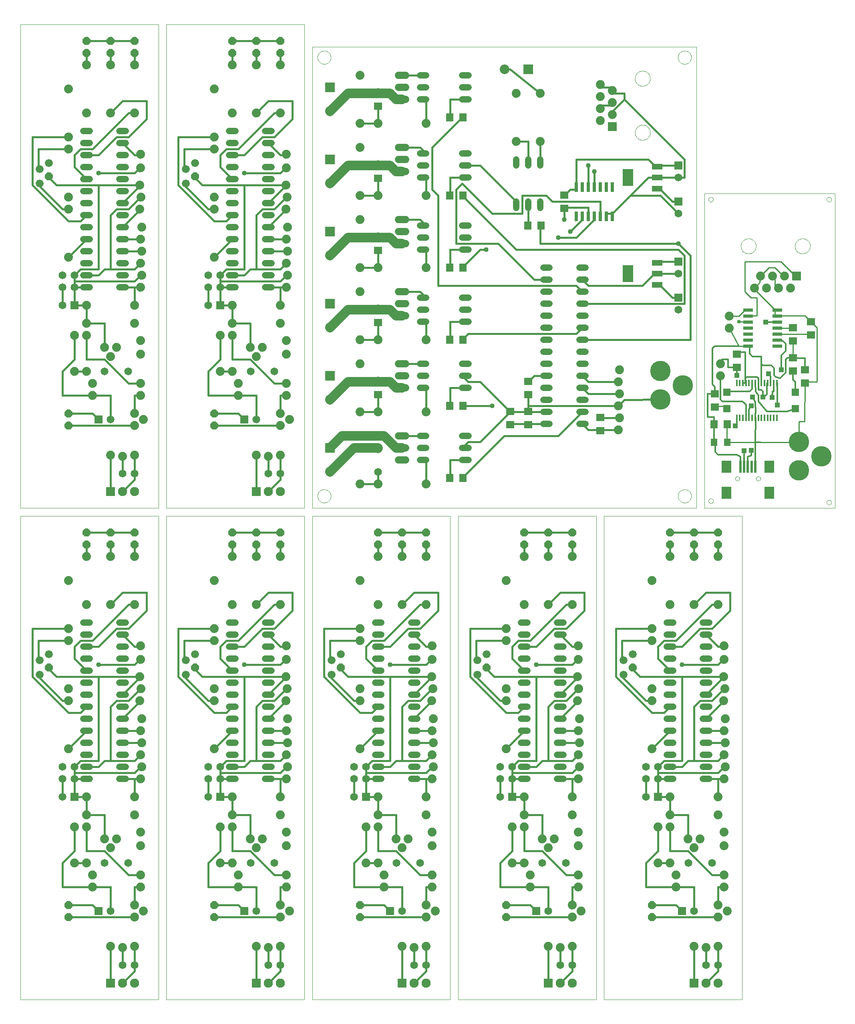
<source format=gtl>
G75*
G70*
%OFA0B0*%
%FSLAX25Y25*%
%IPPOS*%
%LPD*%
%AMOC8*
5,1,8,0,0,1.08239X$1,22.5*
%
%ADD102R,0.08000X0.08000*%
%ADD12R,0.06300X0.07090*%
%ADD1303R,0.08800X0.04800*%
%ADD1304R,0.08660X0.14170*%
%ADD1306R,0.05510X0.06300*%
%ADD1307R,0.01370X0.05500*%
%ADD1308R,0.01970X0.09840*%
%ADD1309R,0.07870X0.09840*%
%ADD158C,0.06000*%
%ADD173C,0.07400*%
%ADD207R,0.06500X0.06500*%
%ADD224C,0.06500*%
%ADD230R,0.08000X0.02600*%
%ADD260C,0.08000*%
%ADD267C,0.07600*%
%ADD289C,0.01600*%
%ADD291R,0.07090X0.06300*%
%ADD30OC8,0.06600*%
%ADD320R,0.07400X0.07400*%
%ADD346C,0.17000*%
%ADD35C,0.01200*%
%ADD377R,0.07600X0.07600*%
%ADD390R,0.05910X0.05910*%
%ADD436R,0.03960X0.03960*%
%ADD458C,0.07870*%
%ADD485C,0.00000*%
%ADD49C,0.06600*%
%ADD498C,0.01000*%
%ADD527C,0.03100*%
%ADD574R,0.02600X0.08000*%
%ADD599C,0.05200*%
%ADD602C,0.04000*%
X0020000Y0020000D02*
G75*
%LPD*%
D485*
X0134960Y0020000D02*
X0020000Y0020000D01*
X0020000Y0422450D01*
X0134960Y0422450D01*
X0134960Y0020000D01*
D599*
X0107560Y0203750D02*
X0102360Y0203750D01*
X0102360Y0213750D02*
X0107560Y0213750D01*
X0107560Y0223750D02*
X0102360Y0223750D01*
X0102360Y0233750D02*
X0107560Y0233750D01*
X0107560Y0243750D02*
X0102360Y0243750D01*
X0102360Y0253750D02*
X0107560Y0253750D01*
X0107560Y0263750D02*
X0102360Y0263750D01*
X0102360Y0273750D02*
X0107560Y0273750D01*
X0107560Y0283750D02*
X0102360Y0283750D01*
X0102360Y0293750D02*
X0107560Y0293750D01*
X0107560Y0303750D02*
X0102360Y0303750D01*
X0102360Y0313750D02*
X0107560Y0313750D01*
X0107560Y0323750D02*
X0102360Y0323750D01*
X0102360Y0333750D02*
X0107560Y0333750D01*
X0077560Y0333750D02*
X0072360Y0333750D01*
X0072360Y0323750D02*
X0077560Y0323750D01*
X0077560Y0313750D02*
X0072360Y0313750D01*
X0072360Y0303750D02*
X0077560Y0303750D01*
X0077560Y0293750D02*
X0072360Y0293750D01*
X0072360Y0283750D02*
X0077560Y0283750D01*
X0077560Y0273750D02*
X0072360Y0273750D01*
X0072360Y0263750D02*
X0077560Y0263750D01*
X0077560Y0253750D02*
X0072360Y0253750D01*
X0072360Y0243750D02*
X0077560Y0243750D01*
X0077560Y0233750D02*
X0072360Y0233750D01*
X0072360Y0223750D02*
X0077560Y0223750D01*
X0077560Y0213750D02*
X0072360Y0213750D01*
X0072360Y0203750D02*
X0077560Y0203750D01*
D173*
X0074960Y0188750D03*
X0074960Y0173750D03*
X0074960Y0163750D03*
X0064960Y0163750D03*
X0064960Y0133750D03*
X0074960Y0133750D03*
X0079960Y0123750D03*
X0079960Y0113750D03*
X0089960Y0153750D03*
X0094960Y0146250D03*
X0099960Y0153750D03*
X0114960Y0173750D03*
X0114960Y0188750D03*
X0119960Y0203750D03*
X0120960Y0213750D03*
X0119960Y0223750D03*
X0120960Y0233750D03*
X0119960Y0243750D03*
X0120960Y0253750D03*
X0119460Y0268750D03*
X0120460Y0278750D03*
X0119460Y0288750D03*
X0119960Y0303050D03*
X0119960Y0314450D03*
X0114960Y0348750D03*
X0114960Y0388750D03*
X0094960Y0388750D03*
X0094960Y0348750D03*
X0074960Y0348750D03*
X0074960Y0388750D03*
X0059960Y0368750D03*
X0059960Y0328750D03*
X0059960Y0318750D03*
X0059960Y0278750D03*
X0059960Y0268750D03*
X0059960Y0228750D03*
X0094960Y0064250D03*
X0104960Y0063250D03*
X0114960Y0064250D03*
X0114960Y0088750D03*
X0114960Y0098750D03*
X0119960Y0113750D03*
X0119960Y0123750D03*
X0119960Y0148050D03*
X0119960Y0159450D03*
X0122460Y0093750D03*
D224*
X0109810Y0133750D03*
X0094960Y0093750D03*
X0090120Y0133750D03*
X0104960Y0048750D03*
X0114960Y0048750D03*
X0064960Y0203750D03*
X0064960Y0213750D03*
X0054960Y0213750D03*
X0054960Y0203750D03*
X0054960Y0188750D03*
D207*
X0064960Y0188750D03*
X0084960Y0093750D03*
D377*
X0094960Y0033750D03*
D267*
X0104960Y0033750D03*
X0114960Y0033750D03*
D30*
X0059960Y0088750D03*
X0059960Y0098750D03*
X0043780Y0296250D03*
X0074960Y0398750D03*
X0074960Y0408750D03*
X0094960Y0408750D03*
X0094960Y0398750D03*
X0114960Y0398750D03*
X0114960Y0408750D03*
D49*
X0043780Y0307250D03*
X0036150Y0302250D03*
X0036150Y0290250D03*
D289*
X0034960Y0288750D01*
X0054960Y0268750D01*
X0059960Y0268750D01*
X0059960Y0258750D02*
X0029960Y0288750D01*
X0029960Y0328750D01*
X0059960Y0328750D01*
X0059960Y0318750D02*
X0034960Y0318750D01*
X0034960Y0303750D01*
X0036150Y0302250D01*
X0043780Y0296250D02*
X0044960Y0293750D01*
X0049960Y0288750D01*
X0084960Y0288750D01*
X0084960Y0218750D01*
X0069960Y0218750D01*
X0064960Y0213750D01*
X0064960Y0208750D01*
X0114960Y0208750D01*
X0119960Y0213750D01*
X0120960Y0213750D01*
X0114960Y0218750D02*
X0119960Y0223750D01*
X0120960Y0233750D02*
X0104960Y0233750D01*
X0104960Y0243750D02*
X0119960Y0243750D01*
X0104960Y0253750D02*
X0119960Y0268750D01*
X0119460Y0268750D01*
X0109960Y0268750D02*
X0119960Y0278750D01*
X0120460Y0278750D01*
X0119960Y0288750D02*
X0119460Y0288750D01*
X0084960Y0288750D01*
X0084960Y0298750D02*
X0114960Y0298750D01*
X0119960Y0303750D01*
X0119960Y0303050D01*
X0119960Y0313750D02*
X0119960Y0314450D01*
X0119960Y0313750D02*
X0114960Y0313750D01*
X0104960Y0323750D01*
X0109960Y0328750D02*
X0099960Y0328750D01*
X0084960Y0313750D01*
X0074960Y0313750D01*
X0069960Y0318750D02*
X0079960Y0318750D01*
X0109960Y0348750D01*
X0114960Y0348750D01*
X0124960Y0343750D02*
X0109960Y0328750D01*
X0094960Y0348750D02*
X0104960Y0358750D01*
X0124960Y0358750D01*
X0124960Y0343750D01*
X0114960Y0388750D02*
X0114960Y0398750D01*
X0114960Y0408750D02*
X0094960Y0408750D01*
X0074960Y0408750D01*
X0074960Y0398750D02*
X0074960Y0388750D01*
X0094960Y0388750D02*
X0094960Y0398750D01*
X0069960Y0318750D02*
X0064960Y0313750D01*
X0064960Y0303750D01*
X0074960Y0293750D01*
X0074960Y0263750D02*
X0069960Y0258750D01*
X0059960Y0258750D01*
X0074960Y0243750D02*
X0059960Y0228750D01*
X0064960Y0208750D02*
X0064960Y0203750D01*
X0064960Y0188750D01*
X0074960Y0188750D01*
X0074960Y0173750D01*
X0089960Y0173750D01*
X0089960Y0153750D01*
X0089960Y0143750D02*
X0109960Y0123750D01*
X0119960Y0123750D01*
X0119960Y0113750D02*
X0114960Y0113750D01*
X0114960Y0098750D01*
X0114960Y0088750D02*
X0059960Y0088750D01*
X0059960Y0098750D02*
X0079960Y0098750D01*
X0084960Y0093750D01*
X0079960Y0113750D02*
X0054960Y0113750D01*
X0054960Y0133750D01*
X0064960Y0143750D01*
X0064960Y0163750D01*
X0074960Y0163750D02*
X0074960Y0143750D01*
X0089960Y0143750D01*
X0094960Y0113750D02*
X0079960Y0113750D01*
X0074960Y0133750D02*
X0064960Y0133750D01*
X0054960Y0188750D02*
X0054960Y0203750D01*
X0064960Y0203750D02*
X0074960Y0203750D01*
X0074960Y0213750D02*
X0084960Y0213750D01*
X0089960Y0218750D01*
X0094960Y0218750D01*
X0094960Y0263750D01*
X0099960Y0268750D01*
X0109960Y0268750D01*
X0104960Y0273750D02*
X0119960Y0288750D01*
X0114960Y0218750D02*
X0094960Y0218750D01*
X0104960Y0203750D02*
X0114960Y0203750D01*
X0114960Y0188750D01*
X0114960Y0203750D02*
X0119960Y0203750D01*
X0094960Y0113750D02*
X0094960Y0093750D01*
X0094960Y0064250D02*
X0094960Y0033750D01*
X0104960Y0033750D02*
X0114960Y0043750D01*
X0114960Y0048750D01*
X0114960Y0064250D01*
X0104960Y0063750D02*
X0104960Y0063250D01*
X0104960Y0048750D01*
D602*
X0084960Y0298750D03*
X0141460Y0020000D02*
G75*
%LPD*%
D485*
X0256420Y0020000D02*
X0141460Y0020000D01*
X0141460Y0422450D01*
X0256420Y0422450D01*
X0256420Y0020000D01*
D599*
X0229020Y0203750D02*
X0223820Y0203750D01*
X0223820Y0213750D02*
X0229020Y0213750D01*
X0229020Y0223750D02*
X0223820Y0223750D01*
X0223820Y0233750D02*
X0229020Y0233750D01*
X0229020Y0243750D02*
X0223820Y0243750D01*
X0223820Y0253750D02*
X0229020Y0253750D01*
X0229020Y0263750D02*
X0223820Y0263750D01*
X0223820Y0273750D02*
X0229020Y0273750D01*
X0229020Y0283750D02*
X0223820Y0283750D01*
X0223820Y0293750D02*
X0229020Y0293750D01*
X0229020Y0303750D02*
X0223820Y0303750D01*
X0223820Y0313750D02*
X0229020Y0313750D01*
X0229020Y0323750D02*
X0223820Y0323750D01*
X0223820Y0333750D02*
X0229020Y0333750D01*
X0199020Y0333750D02*
X0193820Y0333750D01*
X0193820Y0323750D02*
X0199020Y0323750D01*
X0199020Y0313750D02*
X0193820Y0313750D01*
X0193820Y0303750D02*
X0199020Y0303750D01*
X0199020Y0293750D02*
X0193820Y0293750D01*
X0193820Y0283750D02*
X0199020Y0283750D01*
X0199020Y0273750D02*
X0193820Y0273750D01*
X0193820Y0263750D02*
X0199020Y0263750D01*
X0199020Y0253750D02*
X0193820Y0253750D01*
X0193820Y0243750D02*
X0199020Y0243750D01*
X0199020Y0233750D02*
X0193820Y0233750D01*
X0193820Y0223750D02*
X0199020Y0223750D01*
X0199020Y0213750D02*
X0193820Y0213750D01*
X0193820Y0203750D02*
X0199020Y0203750D01*
D173*
X0196420Y0188750D03*
X0196420Y0173750D03*
X0196420Y0163750D03*
X0186420Y0163750D03*
X0186420Y0133750D03*
X0196420Y0133750D03*
X0201420Y0123750D03*
X0201420Y0113750D03*
X0211420Y0153750D03*
X0216420Y0146250D03*
X0221420Y0153750D03*
X0236420Y0173750D03*
X0236420Y0188750D03*
X0241420Y0203750D03*
X0242420Y0213750D03*
X0241420Y0223750D03*
X0242420Y0233750D03*
X0241420Y0243750D03*
X0242420Y0253750D03*
X0240920Y0268750D03*
X0241920Y0278750D03*
X0240920Y0288750D03*
X0241420Y0303050D03*
X0241420Y0314450D03*
X0236420Y0348750D03*
X0236420Y0388750D03*
X0216420Y0388750D03*
X0216420Y0348750D03*
X0196420Y0348750D03*
X0196420Y0388750D03*
X0181420Y0368750D03*
X0181420Y0328750D03*
X0181420Y0318750D03*
X0181420Y0278750D03*
X0181420Y0268750D03*
X0181420Y0228750D03*
X0216420Y0064250D03*
X0226420Y0063250D03*
X0236420Y0064250D03*
X0236420Y0088750D03*
X0236420Y0098750D03*
X0241420Y0113750D03*
X0241420Y0123750D03*
X0241420Y0148050D03*
X0241420Y0159450D03*
X0243920Y0093750D03*
D224*
X0231270Y0133750D03*
X0216420Y0093750D03*
X0211580Y0133750D03*
X0226420Y0048750D03*
X0236420Y0048750D03*
X0186420Y0203750D03*
X0186420Y0213750D03*
X0176420Y0213750D03*
X0176420Y0203750D03*
X0176420Y0188750D03*
D207*
X0186420Y0188750D03*
X0206420Y0093750D03*
D377*
X0216420Y0033750D03*
D267*
X0226420Y0033750D03*
X0236420Y0033750D03*
D30*
X0181420Y0088750D03*
X0181420Y0098750D03*
X0165240Y0296250D03*
X0196420Y0398750D03*
X0196420Y0408750D03*
X0216420Y0408750D03*
X0216420Y0398750D03*
X0236420Y0398750D03*
X0236420Y0408750D03*
D49*
X0165240Y0307250D03*
X0157610Y0302250D03*
X0157610Y0290250D03*
D289*
X0156420Y0288750D01*
X0176420Y0268750D01*
X0181420Y0268750D01*
X0181420Y0258750D02*
X0151420Y0288750D01*
X0151420Y0328750D01*
X0181420Y0328750D01*
X0181420Y0318750D02*
X0156420Y0318750D01*
X0156420Y0303750D01*
X0157610Y0302250D01*
X0165240Y0296250D02*
X0166420Y0293750D01*
X0171420Y0288750D01*
X0206420Y0288750D01*
X0206420Y0218750D01*
X0191420Y0218750D01*
X0186420Y0213750D01*
X0186420Y0208750D01*
X0236420Y0208750D01*
X0241420Y0213750D01*
X0242420Y0213750D01*
X0236420Y0218750D02*
X0241420Y0223750D01*
X0242420Y0233750D02*
X0226420Y0233750D01*
X0226420Y0243750D02*
X0241420Y0243750D01*
X0226420Y0253750D02*
X0241420Y0268750D01*
X0240920Y0268750D01*
X0231420Y0268750D02*
X0241420Y0278750D01*
X0241920Y0278750D01*
X0241420Y0288750D02*
X0240920Y0288750D01*
X0206420Y0288750D01*
X0206420Y0298750D02*
X0236420Y0298750D01*
X0241420Y0303750D01*
X0241420Y0303050D01*
X0241420Y0313750D02*
X0241420Y0314450D01*
X0241420Y0313750D02*
X0236420Y0313750D01*
X0226420Y0323750D01*
X0231420Y0328750D02*
X0221420Y0328750D01*
X0206420Y0313750D01*
X0196420Y0313750D01*
X0191420Y0318750D02*
X0201420Y0318750D01*
X0231420Y0348750D01*
X0236420Y0348750D01*
X0246420Y0343750D02*
X0231420Y0328750D01*
X0216420Y0348750D02*
X0226420Y0358750D01*
X0246420Y0358750D01*
X0246420Y0343750D01*
X0236420Y0388750D02*
X0236420Y0398750D01*
X0236420Y0408750D02*
X0216420Y0408750D01*
X0196420Y0408750D01*
X0196420Y0398750D02*
X0196420Y0388750D01*
X0216420Y0388750D02*
X0216420Y0398750D01*
X0191420Y0318750D02*
X0186420Y0313750D01*
X0186420Y0303750D01*
X0196420Y0293750D01*
X0196420Y0263750D02*
X0191420Y0258750D01*
X0181420Y0258750D01*
X0196420Y0243750D02*
X0181420Y0228750D01*
X0186420Y0208750D02*
X0186420Y0203750D01*
X0186420Y0188750D01*
X0196420Y0188750D01*
X0196420Y0173750D01*
X0211420Y0173750D01*
X0211420Y0153750D01*
X0211420Y0143750D02*
X0231420Y0123750D01*
X0241420Y0123750D01*
X0241420Y0113750D02*
X0236420Y0113750D01*
X0236420Y0098750D01*
X0236420Y0088750D02*
X0181420Y0088750D01*
X0181420Y0098750D02*
X0201420Y0098750D01*
X0206420Y0093750D01*
X0201420Y0113750D02*
X0176420Y0113750D01*
X0176420Y0133750D01*
X0186420Y0143750D01*
X0186420Y0163750D01*
X0196420Y0163750D02*
X0196420Y0143750D01*
X0211420Y0143750D01*
X0216420Y0113750D02*
X0201420Y0113750D01*
X0196420Y0133750D02*
X0186420Y0133750D01*
X0176420Y0188750D02*
X0176420Y0203750D01*
X0186420Y0203750D02*
X0196420Y0203750D01*
X0196420Y0213750D02*
X0206420Y0213750D01*
X0211420Y0218750D01*
X0216420Y0218750D01*
X0216420Y0263750D01*
X0221420Y0268750D01*
X0231420Y0268750D01*
X0226420Y0273750D02*
X0241420Y0288750D01*
X0236420Y0218750D02*
X0216420Y0218750D01*
X0226420Y0203750D02*
X0236420Y0203750D01*
X0236420Y0188750D01*
X0236420Y0203750D02*
X0241420Y0203750D01*
X0216420Y0113750D02*
X0216420Y0093750D01*
X0216420Y0064250D02*
X0216420Y0033750D01*
X0226420Y0033750D02*
X0236420Y0043750D01*
X0236420Y0048750D01*
X0236420Y0064250D01*
X0226420Y0063750D02*
X0226420Y0063250D01*
X0226420Y0048750D01*
D602*
X0206420Y0298750D03*
X0262920Y0020000D02*
G75*
%LPD*%
D485*
X0377880Y0020000D02*
X0262920Y0020000D01*
X0262920Y0422450D01*
X0377880Y0422450D01*
X0377880Y0020000D01*
D599*
X0350480Y0203750D02*
X0345280Y0203750D01*
X0345280Y0213750D02*
X0350480Y0213750D01*
X0350480Y0223750D02*
X0345280Y0223750D01*
X0345280Y0233750D02*
X0350480Y0233750D01*
X0350480Y0243750D02*
X0345280Y0243750D01*
X0345280Y0253750D02*
X0350480Y0253750D01*
X0350480Y0263750D02*
X0345280Y0263750D01*
X0345280Y0273750D02*
X0350480Y0273750D01*
X0350480Y0283750D02*
X0345280Y0283750D01*
X0345280Y0293750D02*
X0350480Y0293750D01*
X0350480Y0303750D02*
X0345280Y0303750D01*
X0345280Y0313750D02*
X0350480Y0313750D01*
X0350480Y0323750D02*
X0345280Y0323750D01*
X0345280Y0333750D02*
X0350480Y0333750D01*
X0320480Y0333750D02*
X0315280Y0333750D01*
X0315280Y0323750D02*
X0320480Y0323750D01*
X0320480Y0313750D02*
X0315280Y0313750D01*
X0315280Y0303750D02*
X0320480Y0303750D01*
X0320480Y0293750D02*
X0315280Y0293750D01*
X0315280Y0283750D02*
X0320480Y0283750D01*
X0320480Y0273750D02*
X0315280Y0273750D01*
X0315280Y0263750D02*
X0320480Y0263750D01*
X0320480Y0253750D02*
X0315280Y0253750D01*
X0315280Y0243750D02*
X0320480Y0243750D01*
X0320480Y0233750D02*
X0315280Y0233750D01*
X0315280Y0223750D02*
X0320480Y0223750D01*
X0320480Y0213750D02*
X0315280Y0213750D01*
X0315280Y0203750D02*
X0320480Y0203750D01*
D173*
X0317880Y0188750D03*
X0317880Y0173750D03*
X0317880Y0163750D03*
X0307880Y0163750D03*
X0307880Y0133750D03*
X0317880Y0133750D03*
X0322880Y0123750D03*
X0322880Y0113750D03*
X0332880Y0153750D03*
X0337880Y0146250D03*
X0342880Y0153750D03*
X0357880Y0173750D03*
X0357880Y0188750D03*
X0362880Y0203750D03*
X0363880Y0213750D03*
X0362880Y0223750D03*
X0363880Y0233750D03*
X0362880Y0243750D03*
X0363880Y0253750D03*
X0362380Y0268750D03*
X0363380Y0278750D03*
X0362380Y0288750D03*
X0362880Y0303050D03*
X0362880Y0314450D03*
X0357880Y0348750D03*
X0357880Y0388750D03*
X0337880Y0388750D03*
X0337880Y0348750D03*
X0317880Y0348750D03*
X0317880Y0388750D03*
X0302880Y0368750D03*
X0302880Y0328750D03*
X0302880Y0318750D03*
X0302880Y0278750D03*
X0302880Y0268750D03*
X0302880Y0228750D03*
X0337880Y0064250D03*
X0347880Y0063250D03*
X0357880Y0064250D03*
X0357880Y0088750D03*
X0357880Y0098750D03*
X0362880Y0113750D03*
X0362880Y0123750D03*
X0362880Y0148050D03*
X0362880Y0159450D03*
X0365380Y0093750D03*
D224*
X0352730Y0133750D03*
X0337880Y0093750D03*
X0333040Y0133750D03*
X0347880Y0048750D03*
X0357880Y0048750D03*
X0307880Y0203750D03*
X0307880Y0213750D03*
X0297880Y0213750D03*
X0297880Y0203750D03*
X0297880Y0188750D03*
D207*
X0307880Y0188750D03*
X0327880Y0093750D03*
D377*
X0337880Y0033750D03*
D267*
X0347880Y0033750D03*
X0357880Y0033750D03*
D30*
X0302880Y0088750D03*
X0302880Y0098750D03*
X0286700Y0296250D03*
X0317880Y0398750D03*
X0317880Y0408750D03*
X0337880Y0408750D03*
X0337880Y0398750D03*
X0357880Y0398750D03*
X0357880Y0408750D03*
D49*
X0286700Y0307250D03*
X0279070Y0302250D03*
X0279070Y0290250D03*
D289*
X0277880Y0288750D01*
X0297880Y0268750D01*
X0302880Y0268750D01*
X0302880Y0258750D02*
X0272880Y0288750D01*
X0272880Y0328750D01*
X0302880Y0328750D01*
X0302880Y0318750D02*
X0277880Y0318750D01*
X0277880Y0303750D01*
X0279070Y0302250D01*
X0286700Y0296250D02*
X0287880Y0293750D01*
X0292880Y0288750D01*
X0327880Y0288750D01*
X0327880Y0218750D01*
X0312880Y0218750D01*
X0307880Y0213750D01*
X0307880Y0208750D01*
X0357880Y0208750D01*
X0362880Y0213750D01*
X0363880Y0213750D01*
X0357880Y0218750D02*
X0362880Y0223750D01*
X0363880Y0233750D02*
X0347880Y0233750D01*
X0347880Y0243750D02*
X0362880Y0243750D01*
X0347880Y0253750D02*
X0362880Y0268750D01*
X0362380Y0268750D01*
X0352880Y0268750D02*
X0362880Y0278750D01*
X0363380Y0278750D01*
X0362880Y0288750D02*
X0362380Y0288750D01*
X0327880Y0288750D01*
X0327880Y0298750D02*
X0357880Y0298750D01*
X0362880Y0303750D01*
X0362880Y0303050D01*
X0362880Y0313750D02*
X0362880Y0314450D01*
X0362880Y0313750D02*
X0357880Y0313750D01*
X0347880Y0323750D01*
X0352880Y0328750D02*
X0342880Y0328750D01*
X0327880Y0313750D01*
X0317880Y0313750D01*
X0312880Y0318750D02*
X0322880Y0318750D01*
X0352880Y0348750D01*
X0357880Y0348750D01*
X0367880Y0343750D02*
X0352880Y0328750D01*
X0337880Y0348750D02*
X0347880Y0358750D01*
X0367880Y0358750D01*
X0367880Y0343750D01*
X0357880Y0388750D02*
X0357880Y0398750D01*
X0357880Y0408750D02*
X0337880Y0408750D01*
X0317880Y0408750D01*
X0317880Y0398750D02*
X0317880Y0388750D01*
X0337880Y0388750D02*
X0337880Y0398750D01*
X0312880Y0318750D02*
X0307880Y0313750D01*
X0307880Y0303750D01*
X0317880Y0293750D01*
X0317880Y0263750D02*
X0312880Y0258750D01*
X0302880Y0258750D01*
X0317880Y0243750D02*
X0302880Y0228750D01*
X0307880Y0208750D02*
X0307880Y0203750D01*
X0307880Y0188750D01*
X0317880Y0188750D01*
X0317880Y0173750D01*
X0332880Y0173750D01*
X0332880Y0153750D01*
X0332880Y0143750D02*
X0352880Y0123750D01*
X0362880Y0123750D01*
X0362880Y0113750D02*
X0357880Y0113750D01*
X0357880Y0098750D01*
X0357880Y0088750D02*
X0302880Y0088750D01*
X0302880Y0098750D02*
X0322880Y0098750D01*
X0327880Y0093750D01*
X0322880Y0113750D02*
X0297880Y0113750D01*
X0297880Y0133750D01*
X0307880Y0143750D01*
X0307880Y0163750D01*
X0317880Y0163750D02*
X0317880Y0143750D01*
X0332880Y0143750D01*
X0337880Y0113750D02*
X0322880Y0113750D01*
X0317880Y0133750D02*
X0307880Y0133750D01*
X0297880Y0188750D02*
X0297880Y0203750D01*
X0307880Y0203750D02*
X0317880Y0203750D01*
X0317880Y0213750D02*
X0327880Y0213750D01*
X0332880Y0218750D01*
X0337880Y0218750D01*
X0337880Y0263750D01*
X0342880Y0268750D01*
X0352880Y0268750D01*
X0347880Y0273750D02*
X0362880Y0288750D01*
X0357880Y0218750D02*
X0337880Y0218750D01*
X0347880Y0203750D02*
X0357880Y0203750D01*
X0357880Y0188750D01*
X0357880Y0203750D02*
X0362880Y0203750D01*
X0337880Y0113750D02*
X0337880Y0093750D01*
X0337880Y0064250D02*
X0337880Y0033750D01*
X0347880Y0033750D02*
X0357880Y0043750D01*
X0357880Y0048750D01*
X0357880Y0064250D01*
X0347880Y0063750D02*
X0347880Y0063250D01*
X0347880Y0048750D01*
D602*
X0327880Y0298750D03*
X0384380Y0020000D02*
G75*
%LPD*%
D485*
X0499340Y0020000D02*
X0384380Y0020000D01*
X0384380Y0422450D01*
X0499340Y0422450D01*
X0499340Y0020000D01*
D599*
X0471940Y0203750D02*
X0466740Y0203750D01*
X0466740Y0213750D02*
X0471940Y0213750D01*
X0471940Y0223750D02*
X0466740Y0223750D01*
X0466740Y0233750D02*
X0471940Y0233750D01*
X0471940Y0243750D02*
X0466740Y0243750D01*
X0466740Y0253750D02*
X0471940Y0253750D01*
X0471940Y0263750D02*
X0466740Y0263750D01*
X0466740Y0273750D02*
X0471940Y0273750D01*
X0471940Y0283750D02*
X0466740Y0283750D01*
X0466740Y0293750D02*
X0471940Y0293750D01*
X0471940Y0303750D02*
X0466740Y0303750D01*
X0466740Y0313750D02*
X0471940Y0313750D01*
X0471940Y0323750D02*
X0466740Y0323750D01*
X0466740Y0333750D02*
X0471940Y0333750D01*
X0441940Y0333750D02*
X0436740Y0333750D01*
X0436740Y0323750D02*
X0441940Y0323750D01*
X0441940Y0313750D02*
X0436740Y0313750D01*
X0436740Y0303750D02*
X0441940Y0303750D01*
X0441940Y0293750D02*
X0436740Y0293750D01*
X0436740Y0283750D02*
X0441940Y0283750D01*
X0441940Y0273750D02*
X0436740Y0273750D01*
X0436740Y0263750D02*
X0441940Y0263750D01*
X0441940Y0253750D02*
X0436740Y0253750D01*
X0436740Y0243750D02*
X0441940Y0243750D01*
X0441940Y0233750D02*
X0436740Y0233750D01*
X0436740Y0223750D02*
X0441940Y0223750D01*
X0441940Y0213750D02*
X0436740Y0213750D01*
X0436740Y0203750D02*
X0441940Y0203750D01*
D173*
X0439340Y0188750D03*
X0439340Y0173750D03*
X0439340Y0163750D03*
X0429340Y0163750D03*
X0429340Y0133750D03*
X0439340Y0133750D03*
X0444340Y0123750D03*
X0444340Y0113750D03*
X0454340Y0153750D03*
X0459340Y0146250D03*
X0464340Y0153750D03*
X0479340Y0173750D03*
X0479340Y0188750D03*
X0484340Y0203750D03*
X0485340Y0213750D03*
X0484340Y0223750D03*
X0485340Y0233750D03*
X0484340Y0243750D03*
X0485340Y0253750D03*
X0483840Y0268750D03*
X0484840Y0278750D03*
X0483840Y0288750D03*
X0484340Y0303050D03*
X0484340Y0314450D03*
X0479340Y0348750D03*
X0479340Y0388750D03*
X0459340Y0388750D03*
X0459340Y0348750D03*
X0439340Y0348750D03*
X0439340Y0388750D03*
X0424340Y0368750D03*
X0424340Y0328750D03*
X0424340Y0318750D03*
X0424340Y0278750D03*
X0424340Y0268750D03*
X0424340Y0228750D03*
X0459340Y0064250D03*
X0469340Y0063250D03*
X0479340Y0064250D03*
X0479340Y0088750D03*
X0479340Y0098750D03*
X0484340Y0113750D03*
X0484340Y0123750D03*
X0484340Y0148050D03*
X0484340Y0159450D03*
X0486840Y0093750D03*
D224*
X0474190Y0133750D03*
X0459340Y0093750D03*
X0454500Y0133750D03*
X0469340Y0048750D03*
X0479340Y0048750D03*
X0429340Y0203750D03*
X0429340Y0213750D03*
X0419340Y0213750D03*
X0419340Y0203750D03*
X0419340Y0188750D03*
D207*
X0429340Y0188750D03*
X0449340Y0093750D03*
D377*
X0459340Y0033750D03*
D267*
X0469340Y0033750D03*
X0479340Y0033750D03*
D30*
X0424340Y0088750D03*
X0424340Y0098750D03*
X0408160Y0296250D03*
X0439340Y0398750D03*
X0439340Y0408750D03*
X0459340Y0408750D03*
X0459340Y0398750D03*
X0479340Y0398750D03*
X0479340Y0408750D03*
D49*
X0408160Y0307250D03*
X0400530Y0302250D03*
X0400530Y0290250D03*
D289*
X0399340Y0288750D01*
X0419340Y0268750D01*
X0424340Y0268750D01*
X0424340Y0258750D02*
X0394340Y0288750D01*
X0394340Y0328750D01*
X0424340Y0328750D01*
X0424340Y0318750D02*
X0399340Y0318750D01*
X0399340Y0303750D01*
X0400530Y0302250D01*
X0408160Y0296250D02*
X0409340Y0293750D01*
X0414340Y0288750D01*
X0449340Y0288750D01*
X0449340Y0218750D01*
X0434340Y0218750D01*
X0429340Y0213750D01*
X0429340Y0208750D01*
X0479340Y0208750D01*
X0484340Y0213750D01*
X0485340Y0213750D01*
X0479340Y0218750D02*
X0484340Y0223750D01*
X0485340Y0233750D02*
X0469340Y0233750D01*
X0469340Y0243750D02*
X0484340Y0243750D01*
X0469340Y0253750D02*
X0484340Y0268750D01*
X0483840Y0268750D01*
X0474340Y0268750D02*
X0484340Y0278750D01*
X0484840Y0278750D01*
X0484340Y0288750D02*
X0483840Y0288750D01*
X0449340Y0288750D01*
X0449340Y0298750D02*
X0479340Y0298750D01*
X0484340Y0303750D01*
X0484340Y0303050D01*
X0484340Y0313750D02*
X0484340Y0314450D01*
X0484340Y0313750D02*
X0479340Y0313750D01*
X0469340Y0323750D01*
X0474340Y0328750D02*
X0464340Y0328750D01*
X0449340Y0313750D01*
X0439340Y0313750D01*
X0434340Y0318750D02*
X0444340Y0318750D01*
X0474340Y0348750D01*
X0479340Y0348750D01*
X0489340Y0343750D02*
X0474340Y0328750D01*
X0459340Y0348750D02*
X0469340Y0358750D01*
X0489340Y0358750D01*
X0489340Y0343750D01*
X0479340Y0388750D02*
X0479340Y0398750D01*
X0479340Y0408750D02*
X0459340Y0408750D01*
X0439340Y0408750D01*
X0439340Y0398750D02*
X0439340Y0388750D01*
X0459340Y0388750D02*
X0459340Y0398750D01*
X0434340Y0318750D02*
X0429340Y0313750D01*
X0429340Y0303750D01*
X0439340Y0293750D01*
X0439340Y0263750D02*
X0434340Y0258750D01*
X0424340Y0258750D01*
X0439340Y0243750D02*
X0424340Y0228750D01*
X0429340Y0208750D02*
X0429340Y0203750D01*
X0429340Y0188750D01*
X0439340Y0188750D01*
X0439340Y0173750D01*
X0454340Y0173750D01*
X0454340Y0153750D01*
X0454340Y0143750D02*
X0474340Y0123750D01*
X0484340Y0123750D01*
X0484340Y0113750D02*
X0479340Y0113750D01*
X0479340Y0098750D01*
X0479340Y0088750D02*
X0424340Y0088750D01*
X0424340Y0098750D02*
X0444340Y0098750D01*
X0449340Y0093750D01*
X0444340Y0113750D02*
X0419340Y0113750D01*
X0419340Y0133750D01*
X0429340Y0143750D01*
X0429340Y0163750D01*
X0439340Y0163750D02*
X0439340Y0143750D01*
X0454340Y0143750D01*
X0459340Y0113750D02*
X0444340Y0113750D01*
X0439340Y0133750D02*
X0429340Y0133750D01*
X0419340Y0188750D02*
X0419340Y0203750D01*
X0429340Y0203750D02*
X0439340Y0203750D01*
X0439340Y0213750D02*
X0449340Y0213750D01*
X0454340Y0218750D01*
X0459340Y0218750D01*
X0459340Y0263750D01*
X0464340Y0268750D01*
X0474340Y0268750D01*
X0469340Y0273750D02*
X0484340Y0288750D01*
X0479340Y0218750D02*
X0459340Y0218750D01*
X0469340Y0203750D02*
X0479340Y0203750D01*
X0479340Y0188750D01*
X0479340Y0203750D02*
X0484340Y0203750D01*
X0459340Y0113750D02*
X0459340Y0093750D01*
X0459340Y0064250D02*
X0459340Y0033750D01*
X0469340Y0033750D02*
X0479340Y0043750D01*
X0479340Y0048750D01*
X0479340Y0064250D01*
X0469340Y0063750D02*
X0469340Y0063250D01*
X0469340Y0048750D01*
D602*
X0449340Y0298750D03*
X0505840Y0020000D02*
G75*
%LPD*%
D485*
X0620800Y0020000D02*
X0505840Y0020000D01*
X0505840Y0422450D01*
X0620800Y0422450D01*
X0620800Y0020000D01*
D599*
X0593400Y0203750D02*
X0588200Y0203750D01*
X0588200Y0213750D02*
X0593400Y0213750D01*
X0593400Y0223750D02*
X0588200Y0223750D01*
X0588200Y0233750D02*
X0593400Y0233750D01*
X0593400Y0243750D02*
X0588200Y0243750D01*
X0588200Y0253750D02*
X0593400Y0253750D01*
X0593400Y0263750D02*
X0588200Y0263750D01*
X0588200Y0273750D02*
X0593400Y0273750D01*
X0593400Y0283750D02*
X0588200Y0283750D01*
X0588200Y0293750D02*
X0593400Y0293750D01*
X0593400Y0303750D02*
X0588200Y0303750D01*
X0588200Y0313750D02*
X0593400Y0313750D01*
X0593400Y0323750D02*
X0588200Y0323750D01*
X0588200Y0333750D02*
X0593400Y0333750D01*
X0563400Y0333750D02*
X0558200Y0333750D01*
X0558200Y0323750D02*
X0563400Y0323750D01*
X0563400Y0313750D02*
X0558200Y0313750D01*
X0558200Y0303750D02*
X0563400Y0303750D01*
X0563400Y0293750D02*
X0558200Y0293750D01*
X0558200Y0283750D02*
X0563400Y0283750D01*
X0563400Y0273750D02*
X0558200Y0273750D01*
X0558200Y0263750D02*
X0563400Y0263750D01*
X0563400Y0253750D02*
X0558200Y0253750D01*
X0558200Y0243750D02*
X0563400Y0243750D01*
X0563400Y0233750D02*
X0558200Y0233750D01*
X0558200Y0223750D02*
X0563400Y0223750D01*
X0563400Y0213750D02*
X0558200Y0213750D01*
X0558200Y0203750D02*
X0563400Y0203750D01*
D173*
X0560800Y0188750D03*
X0560800Y0173750D03*
X0560800Y0163750D03*
X0550800Y0163750D03*
X0550800Y0133750D03*
X0560800Y0133750D03*
X0565800Y0123750D03*
X0565800Y0113750D03*
X0575800Y0153750D03*
X0580800Y0146250D03*
X0585800Y0153750D03*
X0600800Y0173750D03*
X0600800Y0188750D03*
X0605800Y0203750D03*
X0606800Y0213750D03*
X0605800Y0223750D03*
X0606800Y0233750D03*
X0605800Y0243750D03*
X0606800Y0253750D03*
X0605300Y0268750D03*
X0606300Y0278750D03*
X0605300Y0288750D03*
X0605800Y0303050D03*
X0605800Y0314450D03*
X0600800Y0348750D03*
X0600800Y0388750D03*
X0580800Y0388750D03*
X0580800Y0348750D03*
X0560800Y0348750D03*
X0560800Y0388750D03*
X0545800Y0368750D03*
X0545800Y0328750D03*
X0545800Y0318750D03*
X0545800Y0278750D03*
X0545800Y0268750D03*
X0545800Y0228750D03*
X0580800Y0064250D03*
X0590800Y0063250D03*
X0600800Y0064250D03*
X0600800Y0088750D03*
X0600800Y0098750D03*
X0605800Y0113750D03*
X0605800Y0123750D03*
X0605800Y0148050D03*
X0605800Y0159450D03*
X0608300Y0093750D03*
D224*
X0595650Y0133750D03*
X0580800Y0093750D03*
X0575960Y0133750D03*
X0590800Y0048750D03*
X0600800Y0048750D03*
X0550800Y0203750D03*
X0550800Y0213750D03*
X0540800Y0213750D03*
X0540800Y0203750D03*
X0540800Y0188750D03*
D207*
X0550800Y0188750D03*
X0570800Y0093750D03*
D377*
X0580800Y0033750D03*
D267*
X0590800Y0033750D03*
X0600800Y0033750D03*
D30*
X0545800Y0088750D03*
X0545800Y0098750D03*
X0529620Y0296250D03*
X0560800Y0398750D03*
X0560800Y0408750D03*
X0580800Y0408750D03*
X0580800Y0398750D03*
X0600800Y0398750D03*
X0600800Y0408750D03*
D49*
X0529620Y0307250D03*
X0521990Y0302250D03*
X0521990Y0290250D03*
D289*
X0520800Y0288750D01*
X0540800Y0268750D01*
X0545800Y0268750D01*
X0545800Y0258750D02*
X0515800Y0288750D01*
X0515800Y0328750D01*
X0545800Y0328750D01*
X0545800Y0318750D02*
X0520800Y0318750D01*
X0520800Y0303750D01*
X0521990Y0302250D01*
X0529620Y0296250D02*
X0530800Y0293750D01*
X0535800Y0288750D01*
X0570800Y0288750D01*
X0570800Y0218750D01*
X0555800Y0218750D01*
X0550800Y0213750D01*
X0550800Y0208750D01*
X0600800Y0208750D01*
X0605800Y0213750D01*
X0606800Y0213750D01*
X0600800Y0218750D02*
X0605800Y0223750D01*
X0606800Y0233750D02*
X0590800Y0233750D01*
X0590800Y0243750D02*
X0605800Y0243750D01*
X0590800Y0253750D02*
X0605800Y0268750D01*
X0605300Y0268750D01*
X0595800Y0268750D02*
X0605800Y0278750D01*
X0606300Y0278750D01*
X0605800Y0288750D02*
X0605300Y0288750D01*
X0570800Y0288750D01*
X0570800Y0298750D02*
X0600800Y0298750D01*
X0605800Y0303750D01*
X0605800Y0303050D01*
X0605800Y0313750D02*
X0605800Y0314450D01*
X0605800Y0313750D02*
X0600800Y0313750D01*
X0590800Y0323750D01*
X0595800Y0328750D02*
X0585800Y0328750D01*
X0570800Y0313750D01*
X0560800Y0313750D01*
X0555800Y0318750D02*
X0565800Y0318750D01*
X0595800Y0348750D01*
X0600800Y0348750D01*
X0610800Y0343750D02*
X0595800Y0328750D01*
X0580800Y0348750D02*
X0590800Y0358750D01*
X0610800Y0358750D01*
X0610800Y0343750D01*
X0600800Y0388750D02*
X0600800Y0398750D01*
X0600800Y0408750D02*
X0580800Y0408750D01*
X0560800Y0408750D01*
X0560800Y0398750D02*
X0560800Y0388750D01*
X0580800Y0388750D02*
X0580800Y0398750D01*
X0555800Y0318750D02*
X0550800Y0313750D01*
X0550800Y0303750D01*
X0560800Y0293750D01*
X0560800Y0263750D02*
X0555800Y0258750D01*
X0545800Y0258750D01*
X0560800Y0243750D02*
X0545800Y0228750D01*
X0550800Y0208750D02*
X0550800Y0203750D01*
X0550800Y0188750D01*
X0560800Y0188750D01*
X0560800Y0173750D01*
X0575800Y0173750D01*
X0575800Y0153750D01*
X0575800Y0143750D02*
X0595800Y0123750D01*
X0605800Y0123750D01*
X0605800Y0113750D02*
X0600800Y0113750D01*
X0600800Y0098750D01*
X0600800Y0088750D02*
X0545800Y0088750D01*
X0545800Y0098750D02*
X0565800Y0098750D01*
X0570800Y0093750D01*
X0565800Y0113750D02*
X0540800Y0113750D01*
X0540800Y0133750D01*
X0550800Y0143750D01*
X0550800Y0163750D01*
X0560800Y0163750D02*
X0560800Y0143750D01*
X0575800Y0143750D01*
X0580800Y0113750D02*
X0565800Y0113750D01*
X0560800Y0133750D02*
X0550800Y0133750D01*
X0540800Y0188750D02*
X0540800Y0203750D01*
X0550800Y0203750D02*
X0560800Y0203750D01*
X0560800Y0213750D02*
X0570800Y0213750D01*
X0575800Y0218750D01*
X0580800Y0218750D01*
X0580800Y0263750D01*
X0585800Y0268750D01*
X0595800Y0268750D01*
X0590800Y0273750D02*
X0605800Y0288750D01*
X0600800Y0218750D02*
X0580800Y0218750D01*
X0590800Y0203750D02*
X0600800Y0203750D01*
X0600800Y0188750D01*
X0600800Y0203750D02*
X0605800Y0203750D01*
X0580800Y0113750D02*
X0580800Y0093750D01*
X0580800Y0064250D02*
X0580800Y0033750D01*
X0590800Y0033750D02*
X0600800Y0043750D01*
X0600800Y0048750D01*
X0600800Y0064250D01*
X0590800Y0063750D02*
X0590800Y0063250D01*
X0590800Y0048750D01*
D602*
X0570800Y0298750D03*
X0020000Y0428950D02*
G75*
%LPD*%
D485*
X0134960Y0428950D02*
X0020000Y0428950D01*
X0020000Y0831400D01*
X0134960Y0831400D01*
X0134960Y0428950D01*
D599*
X0107560Y0612700D02*
X0102360Y0612700D01*
X0102360Y0622700D02*
X0107560Y0622700D01*
X0107560Y0632700D02*
X0102360Y0632700D01*
X0102360Y0642700D02*
X0107560Y0642700D01*
X0107560Y0652700D02*
X0102360Y0652700D01*
X0102360Y0662700D02*
X0107560Y0662700D01*
X0107560Y0672700D02*
X0102360Y0672700D01*
X0102360Y0682700D02*
X0107560Y0682700D01*
X0107560Y0692700D02*
X0102360Y0692700D01*
X0102360Y0702700D02*
X0107560Y0702700D01*
X0107560Y0712700D02*
X0102360Y0712700D01*
X0102360Y0722700D02*
X0107560Y0722700D01*
X0107560Y0732700D02*
X0102360Y0732700D01*
X0102360Y0742700D02*
X0107560Y0742700D01*
X0077560Y0742700D02*
X0072360Y0742700D01*
X0072360Y0732700D02*
X0077560Y0732700D01*
X0077560Y0722700D02*
X0072360Y0722700D01*
X0072360Y0712700D02*
X0077560Y0712700D01*
X0077560Y0702700D02*
X0072360Y0702700D01*
X0072360Y0692700D02*
X0077560Y0692700D01*
X0077560Y0682700D02*
X0072360Y0682700D01*
X0072360Y0672700D02*
X0077560Y0672700D01*
X0077560Y0662700D02*
X0072360Y0662700D01*
X0072360Y0652700D02*
X0077560Y0652700D01*
X0077560Y0642700D02*
X0072360Y0642700D01*
X0072360Y0632700D02*
X0077560Y0632700D01*
X0077560Y0622700D02*
X0072360Y0622700D01*
X0072360Y0612700D02*
X0077560Y0612700D01*
D173*
X0074960Y0597700D03*
X0074960Y0582700D03*
X0074960Y0572700D03*
X0064960Y0572700D03*
X0064960Y0542700D03*
X0074960Y0542700D03*
X0079960Y0532700D03*
X0079960Y0522700D03*
X0089960Y0562700D03*
X0094960Y0555200D03*
X0099960Y0562700D03*
X0114960Y0582700D03*
X0114960Y0597700D03*
X0119960Y0612700D03*
X0120960Y0622700D03*
X0119960Y0632700D03*
X0120960Y0642700D03*
X0119960Y0652700D03*
X0120960Y0662700D03*
X0119460Y0677700D03*
X0120460Y0687700D03*
X0119460Y0697700D03*
X0119960Y0712000D03*
X0119960Y0723400D03*
X0114960Y0757700D03*
X0114960Y0797700D03*
X0094960Y0797700D03*
X0094960Y0757700D03*
X0074960Y0757700D03*
X0074960Y0797700D03*
X0059960Y0777700D03*
X0059960Y0737700D03*
X0059960Y0727700D03*
X0059960Y0687700D03*
X0059960Y0677700D03*
X0059960Y0637700D03*
X0094960Y0473200D03*
X0104960Y0472200D03*
X0114960Y0473200D03*
X0114960Y0497700D03*
X0114960Y0507700D03*
X0119960Y0522700D03*
X0119960Y0532700D03*
X0119960Y0557000D03*
X0119960Y0568400D03*
X0122460Y0502700D03*
D224*
X0109810Y0542700D03*
X0094960Y0502700D03*
X0090120Y0542700D03*
X0104960Y0457700D03*
X0114960Y0457700D03*
X0064960Y0612700D03*
X0064960Y0622700D03*
X0054960Y0622700D03*
X0054960Y0612700D03*
X0054960Y0597700D03*
D207*
X0064960Y0597700D03*
X0084960Y0502700D03*
D377*
X0094960Y0442700D03*
D267*
X0104960Y0442700D03*
X0114960Y0442700D03*
D30*
X0059960Y0497700D03*
X0059960Y0507700D03*
X0043780Y0705200D03*
X0074960Y0807700D03*
X0074960Y0817700D03*
X0094960Y0817700D03*
X0094960Y0807700D03*
X0114960Y0807700D03*
X0114960Y0817700D03*
D49*
X0043780Y0716200D03*
X0036150Y0711200D03*
X0036150Y0699200D03*
D289*
X0034960Y0697700D01*
X0054960Y0677700D01*
X0059960Y0677700D01*
X0059960Y0667700D02*
X0029960Y0697700D01*
X0029960Y0737700D01*
X0059960Y0737700D01*
X0059960Y0727700D02*
X0034960Y0727700D01*
X0034960Y0712700D01*
X0036150Y0711200D01*
X0043780Y0705200D02*
X0044960Y0702700D01*
X0049960Y0697700D01*
X0084960Y0697700D01*
X0084960Y0627700D01*
X0069960Y0627700D01*
X0064960Y0622700D01*
X0064960Y0617700D01*
X0114960Y0617700D01*
X0119960Y0622700D01*
X0120960Y0622700D01*
X0114960Y0627700D02*
X0119960Y0632700D01*
X0120960Y0642700D02*
X0104960Y0642700D01*
X0104960Y0652700D02*
X0119960Y0652700D01*
X0104960Y0662700D02*
X0119960Y0677700D01*
X0119460Y0677700D01*
X0109960Y0677700D02*
X0119960Y0687700D01*
X0120460Y0687700D01*
X0119960Y0697700D02*
X0119460Y0697700D01*
X0084960Y0697700D01*
X0084960Y0707700D02*
X0114960Y0707700D01*
X0119960Y0712700D01*
X0119960Y0712000D01*
X0119960Y0722700D02*
X0119960Y0723400D01*
X0119960Y0722700D02*
X0114960Y0722700D01*
X0104960Y0732700D01*
X0109960Y0737700D02*
X0099960Y0737700D01*
X0084960Y0722700D01*
X0074960Y0722700D01*
X0069960Y0727700D02*
X0079960Y0727700D01*
X0109960Y0757700D01*
X0114960Y0757700D01*
X0124960Y0752700D02*
X0109960Y0737700D01*
X0094960Y0757700D02*
X0104960Y0767700D01*
X0124960Y0767700D01*
X0124960Y0752700D01*
X0114960Y0797700D02*
X0114960Y0807700D01*
X0114960Y0817700D02*
X0094960Y0817700D01*
X0074960Y0817700D01*
X0074960Y0807700D02*
X0074960Y0797700D01*
X0094960Y0797700D02*
X0094960Y0807700D01*
X0069960Y0727700D02*
X0064960Y0722700D01*
X0064960Y0712700D01*
X0074960Y0702700D01*
X0074960Y0672700D02*
X0069960Y0667700D01*
X0059960Y0667700D01*
X0074960Y0652700D02*
X0059960Y0637700D01*
X0064960Y0617700D02*
X0064960Y0612700D01*
X0064960Y0597700D01*
X0074960Y0597700D01*
X0074960Y0582700D01*
X0089960Y0582700D01*
X0089960Y0562700D01*
X0089960Y0552700D02*
X0109960Y0532700D01*
X0119960Y0532700D01*
X0119960Y0522700D02*
X0114960Y0522700D01*
X0114960Y0507700D01*
X0114960Y0497700D02*
X0059960Y0497700D01*
X0059960Y0507700D02*
X0079960Y0507700D01*
X0084960Y0502700D01*
X0079960Y0522700D02*
X0054960Y0522700D01*
X0054960Y0542700D01*
X0064960Y0552700D01*
X0064960Y0572700D01*
X0074960Y0572700D02*
X0074960Y0552700D01*
X0089960Y0552700D01*
X0094960Y0522700D02*
X0079960Y0522700D01*
X0074960Y0542700D02*
X0064960Y0542700D01*
X0054960Y0597700D02*
X0054960Y0612700D01*
X0064960Y0612700D02*
X0074960Y0612700D01*
X0074960Y0622700D02*
X0084960Y0622700D01*
X0089960Y0627700D01*
X0094960Y0627700D01*
X0094960Y0672700D01*
X0099960Y0677700D01*
X0109960Y0677700D01*
X0104960Y0682700D02*
X0119960Y0697700D01*
X0114960Y0627700D02*
X0094960Y0627700D01*
X0104960Y0612700D02*
X0114960Y0612700D01*
X0114960Y0597700D01*
X0114960Y0612700D02*
X0119960Y0612700D01*
X0094960Y0522700D02*
X0094960Y0502700D01*
X0094960Y0473200D02*
X0094960Y0442700D01*
X0104960Y0442700D02*
X0114960Y0452700D01*
X0114960Y0457700D01*
X0114960Y0473200D01*
X0104960Y0472700D02*
X0104960Y0472200D01*
X0104960Y0457700D01*
D602*
X0084960Y0707700D03*
X0141460Y0428950D02*
G75*
%LPD*%
D485*
X0256420Y0428950D02*
X0141460Y0428950D01*
X0141460Y0831400D01*
X0256420Y0831400D01*
X0256420Y0428950D01*
D599*
X0229020Y0612700D02*
X0223820Y0612700D01*
X0223820Y0622700D02*
X0229020Y0622700D01*
X0229020Y0632700D02*
X0223820Y0632700D01*
X0223820Y0642700D02*
X0229020Y0642700D01*
X0229020Y0652700D02*
X0223820Y0652700D01*
X0223820Y0662700D02*
X0229020Y0662700D01*
X0229020Y0672700D02*
X0223820Y0672700D01*
X0223820Y0682700D02*
X0229020Y0682700D01*
X0229020Y0692700D02*
X0223820Y0692700D01*
X0223820Y0702700D02*
X0229020Y0702700D01*
X0229020Y0712700D02*
X0223820Y0712700D01*
X0223820Y0722700D02*
X0229020Y0722700D01*
X0229020Y0732700D02*
X0223820Y0732700D01*
X0223820Y0742700D02*
X0229020Y0742700D01*
X0199020Y0742700D02*
X0193820Y0742700D01*
X0193820Y0732700D02*
X0199020Y0732700D01*
X0199020Y0722700D02*
X0193820Y0722700D01*
X0193820Y0712700D02*
X0199020Y0712700D01*
X0199020Y0702700D02*
X0193820Y0702700D01*
X0193820Y0692700D02*
X0199020Y0692700D01*
X0199020Y0682700D02*
X0193820Y0682700D01*
X0193820Y0672700D02*
X0199020Y0672700D01*
X0199020Y0662700D02*
X0193820Y0662700D01*
X0193820Y0652700D02*
X0199020Y0652700D01*
X0199020Y0642700D02*
X0193820Y0642700D01*
X0193820Y0632700D02*
X0199020Y0632700D01*
X0199020Y0622700D02*
X0193820Y0622700D01*
X0193820Y0612700D02*
X0199020Y0612700D01*
D173*
X0196420Y0597700D03*
X0196420Y0582700D03*
X0196420Y0572700D03*
X0186420Y0572700D03*
X0186420Y0542700D03*
X0196420Y0542700D03*
X0201420Y0532700D03*
X0201420Y0522700D03*
X0211420Y0562700D03*
X0216420Y0555200D03*
X0221420Y0562700D03*
X0236420Y0582700D03*
X0236420Y0597700D03*
X0241420Y0612700D03*
X0242420Y0622700D03*
X0241420Y0632700D03*
X0242420Y0642700D03*
X0241420Y0652700D03*
X0242420Y0662700D03*
X0240920Y0677700D03*
X0241920Y0687700D03*
X0240920Y0697700D03*
X0241420Y0712000D03*
X0241420Y0723400D03*
X0236420Y0757700D03*
X0236420Y0797700D03*
X0216420Y0797700D03*
X0216420Y0757700D03*
X0196420Y0757700D03*
X0196420Y0797700D03*
X0181420Y0777700D03*
X0181420Y0737700D03*
X0181420Y0727700D03*
X0181420Y0687700D03*
X0181420Y0677700D03*
X0181420Y0637700D03*
X0216420Y0473200D03*
X0226420Y0472200D03*
X0236420Y0473200D03*
X0236420Y0497700D03*
X0236420Y0507700D03*
X0241420Y0522700D03*
X0241420Y0532700D03*
X0241420Y0557000D03*
X0241420Y0568400D03*
X0243920Y0502700D03*
D224*
X0231270Y0542700D03*
X0216420Y0502700D03*
X0211580Y0542700D03*
X0226420Y0457700D03*
X0236420Y0457700D03*
X0186420Y0612700D03*
X0186420Y0622700D03*
X0176420Y0622700D03*
X0176420Y0612700D03*
X0176420Y0597700D03*
D207*
X0186420Y0597700D03*
X0206420Y0502700D03*
D377*
X0216420Y0442700D03*
D267*
X0226420Y0442700D03*
X0236420Y0442700D03*
D30*
X0181420Y0497700D03*
X0181420Y0507700D03*
X0165240Y0705200D03*
X0196420Y0807700D03*
X0196420Y0817700D03*
X0216420Y0817700D03*
X0216420Y0807700D03*
X0236420Y0807700D03*
X0236420Y0817700D03*
D49*
X0165240Y0716200D03*
X0157610Y0711200D03*
X0157610Y0699200D03*
D289*
X0156420Y0697700D01*
X0176420Y0677700D01*
X0181420Y0677700D01*
X0181420Y0667700D02*
X0151420Y0697700D01*
X0151420Y0737700D01*
X0181420Y0737700D01*
X0181420Y0727700D02*
X0156420Y0727700D01*
X0156420Y0712700D01*
X0157610Y0711200D01*
X0165240Y0705200D02*
X0166420Y0702700D01*
X0171420Y0697700D01*
X0206420Y0697700D01*
X0206420Y0627700D01*
X0191420Y0627700D01*
X0186420Y0622700D01*
X0186420Y0617700D01*
X0236420Y0617700D01*
X0241420Y0622700D01*
X0242420Y0622700D01*
X0236420Y0627700D02*
X0241420Y0632700D01*
X0242420Y0642700D02*
X0226420Y0642700D01*
X0226420Y0652700D02*
X0241420Y0652700D01*
X0226420Y0662700D02*
X0241420Y0677700D01*
X0240920Y0677700D01*
X0231420Y0677700D02*
X0241420Y0687700D01*
X0241920Y0687700D01*
X0241420Y0697700D02*
X0240920Y0697700D01*
X0206420Y0697700D01*
X0206420Y0707700D02*
X0236420Y0707700D01*
X0241420Y0712700D01*
X0241420Y0712000D01*
X0241420Y0722700D02*
X0241420Y0723400D01*
X0241420Y0722700D02*
X0236420Y0722700D01*
X0226420Y0732700D01*
X0231420Y0737700D02*
X0221420Y0737700D01*
X0206420Y0722700D01*
X0196420Y0722700D01*
X0191420Y0727700D02*
X0201420Y0727700D01*
X0231420Y0757700D01*
X0236420Y0757700D01*
X0246420Y0752700D02*
X0231420Y0737700D01*
X0216420Y0757700D02*
X0226420Y0767700D01*
X0246420Y0767700D01*
X0246420Y0752700D01*
X0236420Y0797700D02*
X0236420Y0807700D01*
X0236420Y0817700D02*
X0216420Y0817700D01*
X0196420Y0817700D01*
X0196420Y0807700D02*
X0196420Y0797700D01*
X0216420Y0797700D02*
X0216420Y0807700D01*
X0191420Y0727700D02*
X0186420Y0722700D01*
X0186420Y0712700D01*
X0196420Y0702700D01*
X0196420Y0672700D02*
X0191420Y0667700D01*
X0181420Y0667700D01*
X0196420Y0652700D02*
X0181420Y0637700D01*
X0186420Y0617700D02*
X0186420Y0612700D01*
X0186420Y0597700D01*
X0196420Y0597700D01*
X0196420Y0582700D01*
X0211420Y0582700D01*
X0211420Y0562700D01*
X0211420Y0552700D02*
X0231420Y0532700D01*
X0241420Y0532700D01*
X0241420Y0522700D02*
X0236420Y0522700D01*
X0236420Y0507700D01*
X0236420Y0497700D02*
X0181420Y0497700D01*
X0181420Y0507700D02*
X0201420Y0507700D01*
X0206420Y0502700D01*
X0201420Y0522700D02*
X0176420Y0522700D01*
X0176420Y0542700D01*
X0186420Y0552700D01*
X0186420Y0572700D01*
X0196420Y0572700D02*
X0196420Y0552700D01*
X0211420Y0552700D01*
X0216420Y0522700D02*
X0201420Y0522700D01*
X0196420Y0542700D02*
X0186420Y0542700D01*
X0176420Y0597700D02*
X0176420Y0612700D01*
X0186420Y0612700D02*
X0196420Y0612700D01*
X0196420Y0622700D02*
X0206420Y0622700D01*
X0211420Y0627700D01*
X0216420Y0627700D01*
X0216420Y0672700D01*
X0221420Y0677700D01*
X0231420Y0677700D01*
X0226420Y0682700D02*
X0241420Y0697700D01*
X0236420Y0627700D02*
X0216420Y0627700D01*
X0226420Y0612700D02*
X0236420Y0612700D01*
X0236420Y0597700D01*
X0236420Y0612700D02*
X0241420Y0612700D01*
X0216420Y0522700D02*
X0216420Y0502700D01*
X0216420Y0473200D02*
X0216420Y0442700D01*
X0226420Y0442700D02*
X0236420Y0452700D01*
X0236420Y0457700D01*
X0236420Y0473200D01*
X0226420Y0472700D02*
X0226420Y0472200D01*
X0226420Y0457700D01*
D602*
X0206420Y0707700D03*
X0262920Y0428950D02*
G75*
%LPD*%
D485*
X0582880Y0428950D02*
X0262920Y0428950D01*
X0262920Y0812650D01*
X0582880Y0812650D01*
X0582880Y0428950D01*
X0572880Y0433440D02*
X0572410Y0433460D01*
X0571950Y0433520D01*
X0571490Y0433620D01*
X0571040Y0433750D01*
X0570610Y0433930D01*
X0570190Y0434140D01*
X0569790Y0434380D01*
X0569420Y0434660D01*
X0569070Y0434970D01*
X0568740Y0435310D01*
X0568450Y0435670D01*
X0568190Y0436060D01*
X0567960Y0436470D01*
X0567770Y0436900D01*
X0567610Y0437340D01*
X0567490Y0437790D01*
X0567410Y0438250D01*
X0567370Y0438720D01*
X0567370Y0439180D01*
X0567410Y0439650D01*
X0567490Y0440110D01*
X0567610Y0440560D01*
X0567770Y0441000D01*
X0567960Y0441430D01*
X0568190Y0441840D01*
X0568450Y0442230D01*
X0568740Y0442590D01*
X0569070Y0442930D01*
X0569420Y0443240D01*
X0569790Y0443520D01*
X0570190Y0443760D01*
X0570610Y0443970D01*
X0571040Y0444150D01*
X0571490Y0444280D01*
X0571950Y0444380D01*
X0572410Y0444440D01*
X0572880Y0444460D01*
X0573350Y0444440D01*
X0573810Y0444380D01*
X0574270Y0444280D01*
X0574720Y0444150D01*
X0575150Y0443970D01*
X0575570Y0443760D01*
X0575970Y0443520D01*
X0576340Y0443240D01*
X0576690Y0442930D01*
X0577020Y0442590D01*
X0577310Y0442230D01*
X0577570Y0441840D01*
X0577800Y0441430D01*
X0577990Y0441000D01*
X0578150Y0440560D01*
X0578270Y0440110D01*
X0578350Y0439650D01*
X0578390Y0439180D01*
X0578390Y0438720D01*
X0578350Y0438250D01*
X0578270Y0437790D01*
X0578150Y0437340D01*
X0577990Y0436900D01*
X0577800Y0436470D01*
X0577570Y0436060D01*
X0577310Y0435670D01*
X0577020Y0435310D01*
X0576690Y0434970D01*
X0576340Y0434660D01*
X0575970Y0434380D01*
X0575570Y0434140D01*
X0575150Y0433930D01*
X0574720Y0433750D01*
X0574270Y0433620D01*
X0573810Y0433520D01*
X0573350Y0433460D01*
X0572880Y0433440D01*
X0537880Y0735150D02*
X0537380Y0735170D01*
X0536880Y0735230D01*
X0536390Y0735330D01*
X0535910Y0735470D01*
X0535440Y0735640D01*
X0534990Y0735850D01*
X0534550Y0736100D01*
X0534140Y0736380D01*
X0533750Y0736700D01*
X0533380Y0737040D01*
X0533040Y0737410D01*
X0532740Y0737810D01*
X0532470Y0738230D01*
X0532230Y0738670D01*
X0532020Y0739130D01*
X0531860Y0739600D01*
X0531730Y0740080D01*
X0531640Y0740580D01*
X0531590Y0741070D01*
X0531580Y0741580D01*
X0531610Y0742080D01*
X0531680Y0742570D01*
X0531790Y0743060D01*
X0531940Y0743540D01*
X0532120Y0744000D01*
X0532340Y0744450D01*
X0532600Y0744880D01*
X0532890Y0745290D01*
X0533210Y0745680D01*
X0533560Y0746040D01*
X0533940Y0746360D01*
X0534340Y0746660D01*
X0534770Y0746930D01*
X0535210Y0747160D01*
X0535670Y0747350D01*
X0536150Y0747510D01*
X0536640Y0747630D01*
X0537130Y0747710D01*
X0537630Y0747750D01*
X0538130Y0747750D01*
X0538630Y0747710D01*
X0539120Y0747630D01*
X0539610Y0747510D01*
X0540090Y0747350D01*
X0540550Y0747160D01*
X0540990Y0746930D01*
X0541420Y0746660D01*
X0541820Y0746360D01*
X0542200Y0746040D01*
X0542550Y0745680D01*
X0542870Y0745290D01*
X0543160Y0744880D01*
X0543420Y0744450D01*
X0543640Y0744000D01*
X0543820Y0743540D01*
X0543970Y0743060D01*
X0544080Y0742570D01*
X0544150Y0742080D01*
X0544180Y0741580D01*
X0544170Y0741070D01*
X0544120Y0740580D01*
X0544030Y0740080D01*
X0543900Y0739600D01*
X0543740Y0739130D01*
X0543530Y0738670D01*
X0543290Y0738230D01*
X0543020Y0737810D01*
X0542720Y0737410D01*
X0542380Y0737040D01*
X0542010Y0736700D01*
X0541620Y0736380D01*
X0541210Y0736100D01*
X0540770Y0735850D01*
X0540320Y0735640D01*
X0539850Y0735470D01*
X0539370Y0735330D01*
X0538880Y0735230D01*
X0538380Y0735170D01*
X0537880Y0735150D01*
X0537880Y0780150D02*
X0537380Y0780170D01*
X0536880Y0780230D01*
X0536390Y0780330D01*
X0535910Y0780470D01*
X0535440Y0780640D01*
X0534990Y0780850D01*
X0534550Y0781100D01*
X0534140Y0781380D01*
X0533750Y0781700D01*
X0533380Y0782040D01*
X0533040Y0782410D01*
X0532740Y0782810D01*
X0532470Y0783230D01*
X0532230Y0783670D01*
X0532020Y0784130D01*
X0531860Y0784600D01*
X0531730Y0785080D01*
X0531640Y0785580D01*
X0531590Y0786070D01*
X0531580Y0786580D01*
X0531610Y0787080D01*
X0531680Y0787570D01*
X0531790Y0788060D01*
X0531940Y0788540D01*
X0532120Y0789000D01*
X0532340Y0789450D01*
X0532600Y0789880D01*
X0532890Y0790290D01*
X0533210Y0790680D01*
X0533560Y0791040D01*
X0533940Y0791360D01*
X0534340Y0791660D01*
X0534770Y0791930D01*
X0535210Y0792160D01*
X0535670Y0792350D01*
X0536150Y0792510D01*
X0536640Y0792630D01*
X0537130Y0792710D01*
X0537630Y0792750D01*
X0538130Y0792750D01*
X0538630Y0792710D01*
X0539120Y0792630D01*
X0539610Y0792510D01*
X0540090Y0792350D01*
X0540550Y0792160D01*
X0540990Y0791930D01*
X0541420Y0791660D01*
X0541820Y0791360D01*
X0542200Y0791040D01*
X0542550Y0790680D01*
X0542870Y0790290D01*
X0543160Y0789880D01*
X0543420Y0789450D01*
X0543640Y0789000D01*
X0543820Y0788540D01*
X0543970Y0788060D01*
X0544080Y0787570D01*
X0544150Y0787080D01*
X0544180Y0786580D01*
X0544170Y0786070D01*
X0544120Y0785580D01*
X0544030Y0785080D01*
X0543900Y0784600D01*
X0543740Y0784130D01*
X0543530Y0783670D01*
X0543290Y0783230D01*
X0543020Y0782810D01*
X0542720Y0782410D01*
X0542380Y0782040D01*
X0542010Y0781700D01*
X0541620Y0781380D01*
X0541210Y0781100D01*
X0540770Y0780850D01*
X0540320Y0780640D01*
X0539850Y0780470D01*
X0539370Y0780330D01*
X0538880Y0780230D01*
X0538380Y0780170D01*
X0537880Y0780150D01*
X0572880Y0798440D02*
X0572410Y0798460D01*
X0571950Y0798520D01*
X0571490Y0798620D01*
X0571040Y0798750D01*
X0570610Y0798930D01*
X0570190Y0799140D01*
X0569790Y0799380D01*
X0569420Y0799660D01*
X0569070Y0799970D01*
X0568740Y0800310D01*
X0568450Y0800670D01*
X0568190Y0801060D01*
X0567960Y0801470D01*
X0567770Y0801900D01*
X0567610Y0802340D01*
X0567490Y0802790D01*
X0567410Y0803250D01*
X0567370Y0803720D01*
X0567370Y0804180D01*
X0567410Y0804650D01*
X0567490Y0805110D01*
X0567610Y0805560D01*
X0567770Y0806000D01*
X0567960Y0806430D01*
X0568190Y0806840D01*
X0568450Y0807230D01*
X0568740Y0807590D01*
X0569070Y0807930D01*
X0569420Y0808240D01*
X0569790Y0808520D01*
X0570190Y0808760D01*
X0570610Y0808970D01*
X0571040Y0809150D01*
X0571490Y0809280D01*
X0571950Y0809380D01*
X0572410Y0809440D01*
X0572880Y0809460D01*
X0573350Y0809440D01*
X0573810Y0809380D01*
X0574270Y0809280D01*
X0574720Y0809150D01*
X0575150Y0808970D01*
X0575570Y0808760D01*
X0575970Y0808520D01*
X0576340Y0808240D01*
X0576690Y0807930D01*
X0577020Y0807590D01*
X0577310Y0807230D01*
X0577570Y0806840D01*
X0577800Y0806430D01*
X0577990Y0806000D01*
X0578150Y0805560D01*
X0578270Y0805110D01*
X0578350Y0804650D01*
X0578390Y0804180D01*
X0578390Y0803720D01*
X0578350Y0803250D01*
X0578270Y0802790D01*
X0578150Y0802340D01*
X0577990Y0801900D01*
X0577800Y0801470D01*
X0577570Y0801060D01*
X0577310Y0800670D01*
X0577020Y0800310D01*
X0576690Y0799970D01*
X0576340Y0799660D01*
X0575970Y0799380D01*
X0575570Y0799140D01*
X0575150Y0798930D01*
X0574720Y0798750D01*
X0574270Y0798620D01*
X0573810Y0798520D01*
X0573350Y0798460D01*
X0572880Y0798440D01*
X0272880Y0798440D02*
X0272410Y0798460D01*
X0271950Y0798520D01*
X0271490Y0798620D01*
X0271040Y0798750D01*
X0270610Y0798930D01*
X0270190Y0799140D01*
X0269790Y0799380D01*
X0269420Y0799660D01*
X0269070Y0799970D01*
X0268740Y0800310D01*
X0268450Y0800670D01*
X0268190Y0801060D01*
X0267960Y0801470D01*
X0267770Y0801900D01*
X0267610Y0802340D01*
X0267490Y0802790D01*
X0267410Y0803250D01*
X0267370Y0803720D01*
X0267370Y0804180D01*
X0267410Y0804650D01*
X0267490Y0805110D01*
X0267610Y0805560D01*
X0267770Y0806000D01*
X0267960Y0806430D01*
X0268190Y0806840D01*
X0268450Y0807230D01*
X0268740Y0807590D01*
X0269070Y0807930D01*
X0269420Y0808240D01*
X0269790Y0808520D01*
X0270190Y0808760D01*
X0270610Y0808970D01*
X0271040Y0809150D01*
X0271490Y0809280D01*
X0271950Y0809380D01*
X0272410Y0809440D01*
X0272880Y0809460D01*
X0273350Y0809440D01*
X0273810Y0809380D01*
X0274270Y0809280D01*
X0274720Y0809150D01*
X0275150Y0808970D01*
X0275570Y0808760D01*
X0275970Y0808520D01*
X0276340Y0808240D01*
X0276690Y0807930D01*
X0277020Y0807590D01*
X0277310Y0807230D01*
X0277570Y0806840D01*
X0277800Y0806430D01*
X0277990Y0806000D01*
X0278150Y0805560D01*
X0278270Y0805110D01*
X0278350Y0804650D01*
X0278390Y0804180D01*
X0278390Y0803720D01*
X0278350Y0803250D01*
X0278270Y0802790D01*
X0278150Y0802340D01*
X0277990Y0801900D01*
X0277800Y0801470D01*
X0277570Y0801060D01*
X0277310Y0800670D01*
X0277020Y0800310D01*
X0276690Y0799970D01*
X0276340Y0799660D01*
X0275970Y0799380D01*
X0275570Y0799140D01*
X0275150Y0798930D01*
X0274720Y0798750D01*
X0274270Y0798620D01*
X0273810Y0798520D01*
X0273350Y0798460D01*
X0272880Y0798440D01*
X0272880Y0433440D02*
X0272410Y0433460D01*
X0271950Y0433520D01*
X0271490Y0433620D01*
X0271040Y0433750D01*
X0270610Y0433930D01*
X0270190Y0434140D01*
X0269790Y0434380D01*
X0269420Y0434660D01*
X0269070Y0434970D01*
X0268740Y0435310D01*
X0268450Y0435670D01*
X0268190Y0436060D01*
X0267960Y0436470D01*
X0267770Y0436900D01*
X0267610Y0437340D01*
X0267490Y0437790D01*
X0267410Y0438250D01*
X0267370Y0438720D01*
X0267370Y0439180D01*
X0267410Y0439650D01*
X0267490Y0440110D01*
X0267610Y0440560D01*
X0267770Y0441000D01*
X0267960Y0441430D01*
X0268190Y0441840D01*
X0268450Y0442230D01*
X0268740Y0442590D01*
X0269070Y0442930D01*
X0269420Y0443240D01*
X0269790Y0443520D01*
X0270190Y0443760D01*
X0270610Y0443970D01*
X0271040Y0444150D01*
X0271490Y0444280D01*
X0271950Y0444380D01*
X0272410Y0444440D01*
X0272880Y0444460D01*
X0273350Y0444440D01*
X0273810Y0444380D01*
X0274270Y0444280D01*
X0274720Y0444150D01*
X0275150Y0443970D01*
X0275570Y0443760D01*
X0275970Y0443520D01*
X0276340Y0443240D01*
X0276690Y0442930D01*
X0277020Y0442590D01*
X0277310Y0442230D01*
X0277570Y0441840D01*
X0277800Y0441430D01*
X0277990Y0441000D01*
X0278150Y0440560D01*
X0278270Y0440110D01*
X0278350Y0439650D01*
X0278390Y0439180D01*
X0278390Y0438720D01*
X0278350Y0438250D01*
X0278270Y0437790D01*
X0278150Y0437340D01*
X0277990Y0436900D01*
X0277800Y0436470D01*
X0277570Y0436060D01*
X0277310Y0435670D01*
X0277020Y0435310D01*
X0276690Y0434970D01*
X0276340Y0434660D01*
X0275970Y0434380D01*
X0275570Y0434140D01*
X0275150Y0433930D01*
X0274720Y0433750D01*
X0274270Y0433620D01*
X0273810Y0433520D01*
X0273350Y0433460D01*
X0272880Y0433440D01*
D574*
X0482880Y0671850D03*
X0487880Y0671850D03*
X0492880Y0671850D03*
X0497880Y0671850D03*
X0502880Y0671850D03*
X0507880Y0671850D03*
X0512880Y0671850D03*
X0512880Y0696050D03*
X0507880Y0696050D03*
X0502880Y0696050D03*
X0497880Y0696050D03*
X0492880Y0696050D03*
X0487880Y0696050D03*
X0482880Y0696050D03*
D599*
X0452880Y0683950D02*
X0452880Y0678750D01*
X0442880Y0678750D02*
X0442880Y0683950D01*
X0432880Y0683950D02*
X0432880Y0678750D01*
X0432880Y0713950D02*
X0432880Y0719150D01*
X0442880Y0719150D02*
X0442880Y0713950D01*
X0452880Y0713950D02*
X0452880Y0719150D01*
X0393080Y0723950D02*
X0387880Y0723950D01*
X0387880Y0713950D02*
X0393080Y0713950D01*
X0393080Y0703950D02*
X0387880Y0703950D01*
X0357880Y0703950D02*
X0352680Y0703950D01*
X0352680Y0713950D02*
X0357880Y0713950D01*
X0357880Y0723950D02*
X0352680Y0723950D01*
X0352680Y0768950D02*
X0357880Y0768950D01*
X0357880Y0778950D02*
X0352680Y0778950D01*
X0352680Y0788950D02*
X0357880Y0788950D01*
X0387880Y0788950D02*
X0393080Y0788950D01*
X0393080Y0778950D02*
X0387880Y0778950D01*
X0387880Y0768950D02*
X0393080Y0768950D01*
X0393080Y0663950D02*
X0387880Y0663950D01*
X0387880Y0653950D02*
X0393080Y0653950D01*
X0393080Y0643950D02*
X0387880Y0643950D01*
X0357880Y0643950D02*
X0352680Y0643950D01*
X0352680Y0653950D02*
X0357880Y0653950D01*
X0357880Y0663950D02*
X0352680Y0663950D01*
X0352680Y0603950D02*
X0357880Y0603950D01*
X0357880Y0593950D02*
X0352680Y0593950D01*
X0352680Y0583950D02*
X0357880Y0583950D01*
X0387880Y0583950D02*
X0393080Y0583950D01*
X0393080Y0593950D02*
X0387880Y0593950D01*
X0387880Y0603950D02*
X0393080Y0603950D01*
X0393080Y0548950D02*
X0387880Y0548950D01*
X0387880Y0538950D02*
X0393080Y0538950D01*
X0393080Y0528950D02*
X0387880Y0528950D01*
X0357880Y0528950D02*
X0352680Y0528950D01*
X0352680Y0538950D02*
X0357880Y0538950D01*
X0357880Y0548950D02*
X0352680Y0548950D01*
X0352680Y0488950D02*
X0357880Y0488950D01*
X0357880Y0478950D02*
X0352680Y0478950D01*
X0352680Y0468950D02*
X0357880Y0468950D01*
X0387880Y0468950D02*
X0393080Y0468950D01*
X0393080Y0478950D02*
X0387880Y0478950D01*
X0387880Y0488950D02*
X0393080Y0488950D01*
X0455280Y0498950D02*
X0460480Y0498950D01*
X0460480Y0508950D02*
X0455280Y0508950D01*
X0455280Y0518950D02*
X0460480Y0518950D01*
X0460480Y0528950D02*
X0455280Y0528950D01*
X0455280Y0538950D02*
X0460480Y0538950D01*
X0460480Y0548950D02*
X0455280Y0548950D01*
X0455280Y0558950D02*
X0460480Y0558950D01*
X0460480Y0568950D02*
X0455280Y0568950D01*
X0455280Y0578950D02*
X0460480Y0578950D01*
X0460480Y0588950D02*
X0455280Y0588950D01*
X0455280Y0598950D02*
X0460480Y0598950D01*
X0460480Y0608950D02*
X0455280Y0608950D01*
X0455280Y0618950D02*
X0460480Y0618950D01*
X0460480Y0628950D02*
X0455280Y0628950D01*
X0485280Y0628950D02*
X0490480Y0628950D01*
X0490480Y0618950D02*
X0485280Y0618950D01*
X0485280Y0608950D02*
X0490480Y0608950D01*
X0490480Y0598950D02*
X0485280Y0598950D01*
X0485280Y0588950D02*
X0490480Y0588950D01*
X0490480Y0578950D02*
X0485280Y0578950D01*
X0485280Y0568950D02*
X0490480Y0568950D01*
X0490480Y0558950D02*
X0485280Y0558950D01*
X0485280Y0548950D02*
X0490480Y0548950D01*
X0490480Y0538950D02*
X0485280Y0538950D01*
X0485280Y0528950D02*
X0490480Y0528950D01*
X0490480Y0518950D02*
X0485280Y0518950D01*
X0485280Y0508950D02*
X0490480Y0508950D01*
X0490480Y0498950D02*
X0485280Y0498950D01*
D173*
X0517880Y0493950D03*
X0518880Y0503950D03*
X0517880Y0513950D03*
X0518880Y0523950D03*
X0517880Y0533950D03*
X0518880Y0543950D03*
X0357880Y0568950D03*
X0317880Y0568950D03*
X0302880Y0568950D03*
X0302880Y0548950D03*
X0302880Y0508950D03*
X0317880Y0508950D03*
X0302880Y0488950D03*
X0302880Y0448950D03*
X0317880Y0448950D03*
X0357880Y0448950D03*
X0357880Y0508950D03*
X0302880Y0608950D03*
X0302880Y0628950D03*
X0317880Y0628950D03*
X0302880Y0668950D03*
X0302880Y0688950D03*
X0317880Y0688950D03*
X0302880Y0728950D03*
X0302880Y0748950D03*
X0317880Y0748950D03*
X0302880Y0788950D03*
X0357880Y0748950D03*
X0357880Y0688950D03*
X0357880Y0628950D03*
X0432880Y0733950D03*
X0452880Y0733950D03*
X0452880Y0773950D03*
X0432880Y0773950D03*
X0502880Y0771450D03*
X0502880Y0781450D03*
X0512880Y0776450D03*
X0512880Y0766450D03*
X0512880Y0756450D03*
X0502880Y0761450D03*
X0502880Y0751450D03*
D291*
X0472880Y0689460D03*
X0472880Y0678430D03*
X0442880Y0534460D03*
X0442880Y0523430D03*
X0442880Y0509460D03*
X0442880Y0498430D03*
X0427880Y0498430D03*
X0427880Y0509460D03*
X0502880Y0504460D03*
X0502880Y0493430D03*
X0317880Y0523430D03*
X0317880Y0534460D03*
X0317880Y0583430D03*
X0317880Y0594460D03*
X0317880Y0643430D03*
X0317880Y0654460D03*
X0317880Y0703430D03*
X0317880Y0714460D03*
X0317880Y0763430D03*
X0317880Y0774460D03*
D1303*
X0550080Y0713050D03*
X0550080Y0703950D03*
X0550080Y0694850D03*
X0550080Y0633050D03*
X0550080Y0623950D03*
X0550080Y0614850D03*
D1304*
X0525680Y0623950D03*
X0525680Y0703950D03*
D158*
X0340880Y0708950D02*
X0334880Y0708950D01*
X0334880Y0718950D02*
X0340880Y0718950D01*
X0340880Y0728950D02*
X0334880Y0728950D01*
X0334880Y0768950D02*
X0340880Y0768950D01*
X0340880Y0778950D02*
X0334880Y0778950D01*
X0334880Y0788950D02*
X0340880Y0788950D01*
X0340880Y0668950D02*
X0334880Y0668950D01*
X0334880Y0658950D02*
X0340880Y0658950D01*
X0340880Y0648950D02*
X0334880Y0648950D01*
X0334880Y0608950D02*
X0340880Y0608950D01*
X0340880Y0598950D02*
X0334880Y0598950D01*
X0334880Y0588950D02*
X0340880Y0588950D01*
X0340880Y0548950D02*
X0334880Y0548950D01*
X0334880Y0538950D02*
X0340880Y0538950D01*
X0340880Y0528950D02*
X0334880Y0528950D01*
X0334880Y0488950D02*
X0340880Y0488950D01*
X0340880Y0478950D02*
X0334880Y0478950D01*
X0334880Y0468950D02*
X0340880Y0468950D01*
D224*
X0317880Y0478790D03*
X0317880Y0459100D03*
X0567880Y0593950D03*
X0567880Y0623950D03*
X0567880Y0673950D03*
X0567880Y0703950D03*
D12*
X0453390Y0663950D03*
X0442370Y0663950D03*
X0388390Y0688950D03*
X0377370Y0688950D03*
X0377370Y0628950D03*
X0388390Y0628950D03*
X0388390Y0568950D03*
X0377370Y0568950D03*
X0377370Y0513950D03*
X0388390Y0513950D03*
X0388390Y0453950D03*
X0377370Y0453950D03*
X0377370Y0753950D03*
X0388390Y0753950D03*
D320*
X0512880Y0746450D03*
D207*
X0567880Y0713950D03*
X0567880Y0683950D03*
X0567880Y0633950D03*
X0567880Y0603950D03*
D346*
X0552880Y0542880D03*
X0571380Y0531070D03*
X0552880Y0519260D03*
D102*
X0442880Y0793950D03*
X0277880Y0778950D03*
X0277880Y0718950D03*
X0277880Y0658950D03*
X0277880Y0598950D03*
X0277880Y0538950D03*
X0277880Y0478950D03*
D260*
X0277880Y0459260D03*
X0277880Y0519260D03*
X0277880Y0579260D03*
X0277880Y0639260D03*
X0277880Y0699260D03*
X0277880Y0759260D03*
X0423190Y0793950D03*
D289*
X0422880Y0793950D01*
X0423190Y0793950D02*
X0427880Y0793950D01*
X0452880Y0773950D01*
X0452880Y0733950D02*
X0452880Y0713950D01*
X0442880Y0713950D02*
X0442880Y0733950D01*
X0432880Y0733950D01*
X0402880Y0713950D02*
X0387880Y0713950D01*
X0387880Y0703950D02*
X0377880Y0703950D01*
X0377880Y0688950D01*
X0377370Y0688950D01*
X0382880Y0693950D02*
X0382880Y0648950D01*
X0417880Y0648950D01*
X0447880Y0618950D01*
X0457880Y0618950D01*
X0482880Y0613950D02*
X0487880Y0608950D01*
X0482880Y0613950D02*
X0367880Y0613950D01*
X0367880Y0688950D01*
X0362880Y0693950D01*
X0362880Y0728950D01*
X0387880Y0753950D01*
X0388390Y0753950D01*
X0377880Y0753950D02*
X0377370Y0753950D01*
X0377880Y0753950D02*
X0377880Y0768950D01*
X0387880Y0768950D01*
X0357880Y0768950D02*
X0357880Y0748950D01*
X0352880Y0728950D02*
X0337880Y0728950D01*
X0352880Y0728950D02*
X0357880Y0723950D01*
X0357880Y0703950D02*
X0357880Y0688950D01*
X0352880Y0668950D02*
X0337880Y0668950D01*
X0352880Y0668950D02*
X0357880Y0663950D01*
X0357880Y0643950D02*
X0357880Y0628950D01*
X0377370Y0628950D02*
X0377880Y0628950D01*
X0377880Y0643950D01*
X0387880Y0643950D01*
X0402880Y0643950D02*
X0387880Y0628950D01*
X0388390Y0628950D01*
X0402880Y0643950D02*
X0407880Y0643950D01*
X0412880Y0673950D02*
X0387880Y0698950D01*
X0382880Y0693950D01*
X0387880Y0688950D02*
X0388390Y0688950D01*
X0387880Y0688950D02*
X0432880Y0643950D01*
X0567880Y0643950D01*
X0572880Y0638950D01*
X0572880Y0598950D01*
X0487880Y0598950D01*
X0492880Y0613950D02*
X0537880Y0613950D01*
X0547880Y0623950D01*
X0550080Y0623950D01*
X0567880Y0623950D01*
X0567880Y0633950D02*
X0552880Y0633950D01*
X0550080Y0633050D01*
X0550080Y0614850D02*
X0552880Y0613950D01*
X0562880Y0603950D01*
X0567880Y0603950D01*
X0577880Y0568950D02*
X0577880Y0638950D01*
X0567880Y0648950D01*
X0452880Y0648950D01*
X0452880Y0663950D01*
X0453390Y0663950D01*
X0442880Y0663950D02*
X0442370Y0663950D01*
X0442880Y0663950D02*
X0442880Y0683950D01*
X0437880Y0688950D02*
X0437880Y0673950D01*
X0412880Y0673950D01*
X0432880Y0683950D02*
X0402880Y0713950D01*
X0437880Y0688950D02*
X0457880Y0688950D01*
X0462880Y0683950D01*
X0502880Y0683950D01*
X0502880Y0671850D01*
X0497880Y0671850D02*
X0497880Y0668950D01*
X0482880Y0653950D01*
X0467880Y0653950D01*
X0477880Y0658950D02*
X0487880Y0668950D01*
X0487880Y0671850D01*
X0492880Y0671850D02*
X0492880Y0678950D01*
X0472880Y0678950D01*
X0472880Y0678430D01*
X0472880Y0668950D01*
X0472880Y0688950D02*
X0472880Y0689460D01*
X0472880Y0688950D02*
X0477880Y0693950D01*
X0482880Y0693950D01*
X0482880Y0696050D01*
X0482880Y0718950D01*
X0542880Y0718950D01*
X0547880Y0713950D01*
X0550080Y0713050D01*
X0552880Y0713950D01*
X0567880Y0713950D01*
X0572880Y0718950D02*
X0572880Y0703950D01*
X0567880Y0703950D01*
X0550080Y0703950D01*
X0542880Y0703950D01*
X0527880Y0688950D01*
X0552880Y0688950D01*
X0567880Y0673950D01*
X0567880Y0683950D02*
X0562880Y0683950D01*
X0552880Y0693950D01*
X0550080Y0694850D01*
X0527880Y0688950D02*
X0512880Y0673950D01*
X0512880Y0671850D01*
X0512880Y0673950D02*
X0507880Y0673950D01*
X0507880Y0671850D01*
X0497880Y0696050D02*
X0497880Y0708950D01*
X0492880Y0713950D02*
X0492880Y0696050D01*
X0512880Y0756450D02*
X0512880Y0758950D01*
X0522880Y0768950D01*
X0572880Y0718950D01*
X0522880Y0768950D02*
X0522880Y0773950D01*
X0512880Y0773950D01*
X0512880Y0776450D01*
X0512880Y0778950D01*
X0502880Y0778950D01*
X0502880Y0781450D01*
X0502880Y0763950D02*
X0512880Y0763950D01*
X0512880Y0766450D01*
X0502880Y0763950D02*
X0502880Y0761450D01*
X0487880Y0618950D02*
X0492880Y0613950D01*
X0487880Y0578950D02*
X0482880Y0573950D01*
X0392880Y0573950D01*
X0387880Y0568950D01*
X0388390Y0568950D01*
X0377880Y0568950D02*
X0377370Y0568950D01*
X0377880Y0568950D02*
X0377880Y0583950D01*
X0387880Y0583950D01*
X0357880Y0583950D02*
X0357880Y0568950D01*
X0357880Y0548950D02*
X0337880Y0548950D01*
X0317880Y0568950D02*
X0302880Y0568950D01*
X0317880Y0568950D02*
X0317880Y0583430D01*
X0317880Y0583950D01*
X0337880Y0608950D02*
X0352880Y0608950D01*
X0357880Y0603950D01*
X0317880Y0628950D02*
X0302880Y0628950D01*
X0317880Y0628950D02*
X0317880Y0643430D01*
X0317880Y0643950D01*
X0317880Y0688950D02*
X0302880Y0688950D01*
X0317880Y0688950D02*
X0317880Y0703430D01*
X0317880Y0703950D01*
X0317880Y0748950D02*
X0302880Y0748950D01*
X0317880Y0748950D02*
X0317880Y0763430D01*
X0317880Y0763950D01*
X0337880Y0788950D02*
X0357880Y0788950D01*
X0487880Y0568950D02*
X0577880Y0568950D01*
X0552880Y0519260D02*
X0522880Y0518950D01*
X0517880Y0513950D01*
X0442880Y0513950D01*
X0442880Y0523430D01*
X0442880Y0523950D01*
X0442880Y0513950D02*
X0442880Y0509460D01*
X0442880Y0508950D01*
X0457880Y0508950D01*
X0457880Y0498950D02*
X0442880Y0498950D01*
X0442880Y0498430D01*
X0442880Y0498950D02*
X0427880Y0498950D01*
X0427880Y0498430D01*
X0427880Y0508950D02*
X0427880Y0509460D01*
X0427880Y0508950D02*
X0402880Y0533950D01*
X0392880Y0533950D01*
X0387880Y0538950D01*
X0387880Y0528950D02*
X0377880Y0528950D01*
X0377880Y0513950D01*
X0377370Y0513950D01*
X0387880Y0513950D02*
X0388390Y0513950D01*
X0412880Y0513950D01*
X0427880Y0508950D02*
X0402880Y0483950D01*
X0392880Y0483950D01*
X0387880Y0478950D01*
X0387880Y0468950D02*
X0377880Y0468950D01*
X0377880Y0453950D01*
X0377370Y0453950D01*
X0387880Y0453950D02*
X0388390Y0453950D01*
X0387880Y0453950D02*
X0422880Y0488950D01*
X0467880Y0488950D01*
X0487880Y0508950D01*
X0487880Y0498950D02*
X0492880Y0493950D01*
X0502880Y0493950D01*
X0502880Y0493430D01*
X0502880Y0493950D02*
X0517880Y0493950D01*
X0518880Y0503950D02*
X0502880Y0503950D01*
X0502880Y0504460D01*
X0492880Y0523950D02*
X0518880Y0523950D01*
X0517880Y0533950D02*
X0492880Y0533950D01*
X0487880Y0538950D01*
X0487880Y0528950D02*
X0492880Y0523950D01*
X0457880Y0538950D02*
X0447880Y0538950D01*
X0442880Y0533950D01*
X0442880Y0534460D01*
X0442880Y0508950D02*
X0427880Y0508950D01*
X0357880Y0508950D02*
X0357880Y0528950D01*
X0357880Y0488950D02*
X0337880Y0488950D01*
X0317880Y0508950D02*
X0302880Y0508950D01*
X0317880Y0508950D02*
X0317880Y0523430D01*
X0317880Y0523950D01*
X0357880Y0468950D02*
X0357880Y0448950D01*
X0317880Y0448950D02*
X0302880Y0448950D01*
X0317880Y0448950D02*
X0317880Y0459100D01*
D602*
X0412880Y0513950D03*
X0407880Y0643950D03*
X0467880Y0653950D03*
X0477880Y0658950D03*
X0472880Y0668950D03*
X0497880Y0708950D03*
X0492880Y0713950D03*
X0567880Y0648950D03*
D458*
X0337880Y0648950D02*
X0332880Y0648950D01*
X0327880Y0653950D01*
X0317880Y0653950D01*
X0317880Y0654460D01*
X0317880Y0653950D02*
X0292880Y0653950D01*
X0277880Y0638950D01*
X0277880Y0639260D01*
X0292880Y0593950D02*
X0317880Y0593950D01*
X0317880Y0594460D01*
X0317880Y0593950D02*
X0327880Y0593950D01*
X0332880Y0588950D01*
X0337880Y0588950D01*
X0292880Y0593950D02*
X0277880Y0578950D01*
X0277880Y0579260D01*
X0292880Y0533950D02*
X0317880Y0533950D01*
X0317880Y0534460D01*
X0317880Y0533950D02*
X0327880Y0533950D01*
X0332880Y0528950D01*
X0337880Y0528950D01*
X0322880Y0488950D02*
X0302880Y0488950D01*
X0287880Y0488950D01*
X0277880Y0478950D01*
X0277880Y0459260D02*
X0277880Y0458950D01*
X0297880Y0478950D01*
X0317880Y0478950D01*
X0317880Y0478790D01*
X0322880Y0488950D02*
X0332880Y0478950D01*
X0337880Y0478950D01*
X0292880Y0533950D02*
X0277880Y0518950D01*
X0277880Y0519260D01*
X0277880Y0698950D02*
X0277880Y0699260D01*
X0277880Y0698950D02*
X0292880Y0713950D01*
X0317880Y0713950D01*
X0317880Y0714460D01*
X0317880Y0713950D02*
X0327880Y0713950D01*
X0332880Y0708950D01*
X0337880Y0708950D01*
X0337880Y0768950D02*
X0332880Y0768950D01*
X0327880Y0773950D01*
X0317880Y0773950D01*
X0317880Y0774460D01*
X0317880Y0773950D02*
X0292880Y0773950D01*
X0277880Y0758950D01*
X0277880Y0759260D01*
X0589380Y0428950D02*
G75*
%LPD*%
D485*
X0697940Y0428950D02*
X0589380Y0428950D01*
X0589380Y0690650D01*
X0697940Y0690650D01*
X0697940Y0428950D01*
X0693140Y0431780D02*
X0692870Y0431800D01*
X0692600Y0431860D01*
X0692340Y0431950D01*
X0692100Y0432080D01*
X0691870Y0432240D01*
X0691680Y0432430D01*
X0691510Y0432650D01*
X0691370Y0432890D01*
X0691270Y0433140D01*
X0691200Y0433410D01*
X0691170Y0433680D01*
X0691180Y0433960D01*
X0691230Y0434230D01*
X0691310Y0434490D01*
X0691430Y0434730D01*
X0691590Y0434960D01*
X0691770Y0435170D01*
X0691980Y0435340D01*
X0692220Y0435490D01*
X0692470Y0435600D01*
X0692730Y0435680D01*
X0693000Y0435720D01*
X0693280Y0435720D01*
X0693550Y0435680D01*
X0693810Y0435600D01*
X0694060Y0435490D01*
X0694300Y0435340D01*
X0694510Y0435170D01*
X0694690Y0434960D01*
X0694850Y0434740D01*
X0694970Y0434490D01*
X0695050Y0434230D01*
X0695100Y0433960D01*
X0695110Y0433680D01*
X0695080Y0433410D01*
X0695010Y0433140D01*
X0694910Y0432890D01*
X0694770Y0432650D01*
X0694600Y0432430D01*
X0694410Y0432240D01*
X0694180Y0432080D01*
X0693940Y0431950D01*
X0693680Y0431860D01*
X0693410Y0431800D01*
X0693140Y0431780D01*
X0634200Y0451780D02*
X0633940Y0451800D01*
X0633680Y0451860D01*
X0633430Y0451960D01*
X0633200Y0452090D01*
X0633000Y0452250D01*
X0632820Y0452450D01*
X0632670Y0452670D01*
X0632550Y0452900D01*
X0632470Y0453160D01*
X0632430Y0453420D01*
X0632430Y0453680D01*
X0632470Y0453940D01*
X0632550Y0454200D01*
X0632670Y0454440D01*
X0632820Y0454650D01*
X0633000Y0454850D01*
X0633200Y0455010D01*
X0633430Y0455140D01*
X0633680Y0455240D01*
X0633940Y0455300D01*
X0634200Y0455320D01*
X0634460Y0455300D01*
X0634720Y0455240D01*
X0634970Y0455140D01*
X0635200Y0455010D01*
X0635400Y0454850D01*
X0635580Y0454650D01*
X0635730Y0454430D01*
X0635850Y0454200D01*
X0635930Y0453940D01*
X0635970Y0453680D01*
X0635970Y0453420D01*
X0635930Y0453160D01*
X0635850Y0452900D01*
X0635730Y0452660D01*
X0635580Y0452450D01*
X0635400Y0452250D01*
X0635200Y0452090D01*
X0634970Y0451960D01*
X0634720Y0451860D01*
X0634460Y0451800D01*
X0634200Y0451780D01*
X0616880Y0451780D02*
X0616620Y0451800D01*
X0616360Y0451860D01*
X0616110Y0451960D01*
X0615880Y0452090D01*
X0615680Y0452250D01*
X0615500Y0452450D01*
X0615350Y0452670D01*
X0615230Y0452900D01*
X0615150Y0453160D01*
X0615110Y0453420D01*
X0615110Y0453680D01*
X0615150Y0453940D01*
X0615230Y0454200D01*
X0615350Y0454440D01*
X0615500Y0454650D01*
X0615680Y0454850D01*
X0615880Y0455010D01*
X0616110Y0455140D01*
X0616360Y0455240D01*
X0616620Y0455300D01*
X0616880Y0455320D01*
X0617140Y0455300D01*
X0617400Y0455240D01*
X0617650Y0455140D01*
X0617880Y0455010D01*
X0618080Y0454850D01*
X0618260Y0454650D01*
X0618410Y0454430D01*
X0618530Y0454200D01*
X0618610Y0453940D01*
X0618650Y0453680D01*
X0618650Y0453420D01*
X0618610Y0453160D01*
X0618530Y0452900D01*
X0618410Y0452660D01*
X0618260Y0452450D01*
X0618080Y0452250D01*
X0617880Y0452090D01*
X0617650Y0451960D01*
X0617400Y0451860D01*
X0617140Y0451800D01*
X0616880Y0451780D01*
X0594740Y0432980D02*
X0594470Y0433000D01*
X0594200Y0433060D01*
X0593940Y0433150D01*
X0593700Y0433280D01*
X0593470Y0433440D01*
X0593280Y0433630D01*
X0593110Y0433850D01*
X0592970Y0434090D01*
X0592870Y0434340D01*
X0592800Y0434610D01*
X0592770Y0434880D01*
X0592780Y0435160D01*
X0592830Y0435430D01*
X0592910Y0435690D01*
X0593030Y0435930D01*
X0593190Y0436160D01*
X0593370Y0436370D01*
X0593580Y0436540D01*
X0593820Y0436690D01*
X0594070Y0436800D01*
X0594330Y0436880D01*
X0594600Y0436920D01*
X0594880Y0436920D01*
X0595150Y0436880D01*
X0595410Y0436800D01*
X0595660Y0436690D01*
X0595900Y0436540D01*
X0596110Y0436370D01*
X0596290Y0436160D01*
X0596450Y0435940D01*
X0596570Y0435690D01*
X0596650Y0435430D01*
X0596700Y0435160D01*
X0596710Y0434880D01*
X0596680Y0434610D01*
X0596610Y0434340D01*
X0596510Y0434090D01*
X0596370Y0433850D01*
X0596200Y0433630D01*
X0596010Y0433440D01*
X0595780Y0433280D01*
X0595540Y0433150D01*
X0595280Y0433060D01*
X0595010Y0433000D01*
X0594740Y0432980D01*
X0626040Y0640650D02*
X0625540Y0640670D01*
X0625040Y0640730D01*
X0624550Y0640830D01*
X0624070Y0640970D01*
X0623600Y0641140D01*
X0623150Y0641350D01*
X0622710Y0641600D01*
X0622300Y0641880D01*
X0621910Y0642200D01*
X0621540Y0642540D01*
X0621200Y0642910D01*
X0620900Y0643310D01*
X0620630Y0643730D01*
X0620390Y0644170D01*
X0620180Y0644630D01*
X0620020Y0645100D01*
X0619890Y0645580D01*
X0619800Y0646080D01*
X0619750Y0646570D01*
X0619740Y0647080D01*
X0619770Y0647580D01*
X0619840Y0648070D01*
X0619950Y0648560D01*
X0620100Y0649040D01*
X0620280Y0649500D01*
X0620500Y0649950D01*
X0620760Y0650380D01*
X0621050Y0650790D01*
X0621370Y0651180D01*
X0621720Y0651540D01*
X0622100Y0651860D01*
X0622500Y0652160D01*
X0622930Y0652430D01*
X0623370Y0652660D01*
X0623830Y0652850D01*
X0624310Y0653010D01*
X0624800Y0653130D01*
X0625290Y0653210D01*
X0625790Y0653250D01*
X0626290Y0653250D01*
X0626790Y0653210D01*
X0627280Y0653130D01*
X0627770Y0653010D01*
X0628250Y0652850D01*
X0628710Y0652660D01*
X0629150Y0652430D01*
X0629580Y0652160D01*
X0629980Y0651860D01*
X0630360Y0651540D01*
X0630710Y0651180D01*
X0631030Y0650790D01*
X0631320Y0650380D01*
X0631580Y0649950D01*
X0631800Y0649500D01*
X0631980Y0649040D01*
X0632130Y0648560D01*
X0632240Y0648070D01*
X0632310Y0647580D01*
X0632340Y0647080D01*
X0632330Y0646570D01*
X0632280Y0646080D01*
X0632190Y0645580D01*
X0632060Y0645100D01*
X0631900Y0644630D01*
X0631690Y0644170D01*
X0631450Y0643730D01*
X0631180Y0643310D01*
X0630880Y0642910D01*
X0630540Y0642540D01*
X0630170Y0642200D01*
X0629780Y0641880D01*
X0629370Y0641600D01*
X0628930Y0641350D01*
X0628480Y0641140D01*
X0628010Y0640970D01*
X0627530Y0640830D01*
X0627040Y0640730D01*
X0626540Y0640670D01*
X0626040Y0640650D01*
X0594740Y0683780D02*
X0594470Y0683800D01*
X0594200Y0683860D01*
X0593940Y0683950D01*
X0593700Y0684080D01*
X0593470Y0684240D01*
X0593280Y0684430D01*
X0593110Y0684650D01*
X0592970Y0684890D01*
X0592870Y0685140D01*
X0592800Y0685410D01*
X0592770Y0685680D01*
X0592780Y0685960D01*
X0592830Y0686230D01*
X0592910Y0686490D01*
X0593030Y0686730D01*
X0593190Y0686960D01*
X0593370Y0687170D01*
X0593580Y0687340D01*
X0593820Y0687490D01*
X0594070Y0687600D01*
X0594330Y0687680D01*
X0594600Y0687720D01*
X0594880Y0687720D01*
X0595150Y0687680D01*
X0595410Y0687600D01*
X0595660Y0687490D01*
X0595900Y0687340D01*
X0596110Y0687170D01*
X0596290Y0686960D01*
X0596450Y0686740D01*
X0596570Y0686490D01*
X0596650Y0686230D01*
X0596700Y0685960D01*
X0596710Y0685680D01*
X0596680Y0685410D01*
X0596610Y0685140D01*
X0596510Y0684890D01*
X0596370Y0684650D01*
X0596200Y0684430D01*
X0596010Y0684240D01*
X0595780Y0684080D01*
X0595540Y0683950D01*
X0595280Y0683860D01*
X0595010Y0683800D01*
X0594740Y0683780D01*
X0671040Y0640650D02*
X0670540Y0640670D01*
X0670040Y0640730D01*
X0669550Y0640830D01*
X0669070Y0640970D01*
X0668600Y0641140D01*
X0668150Y0641350D01*
X0667710Y0641600D01*
X0667300Y0641880D01*
X0666910Y0642200D01*
X0666540Y0642540D01*
X0666200Y0642910D01*
X0665900Y0643310D01*
X0665630Y0643730D01*
X0665390Y0644170D01*
X0665180Y0644630D01*
X0665020Y0645100D01*
X0664890Y0645580D01*
X0664800Y0646080D01*
X0664750Y0646570D01*
X0664740Y0647080D01*
X0664770Y0647580D01*
X0664840Y0648070D01*
X0664950Y0648560D01*
X0665100Y0649040D01*
X0665280Y0649500D01*
X0665500Y0649950D01*
X0665760Y0650380D01*
X0666050Y0650790D01*
X0666370Y0651180D01*
X0666720Y0651540D01*
X0667100Y0651860D01*
X0667500Y0652160D01*
X0667930Y0652430D01*
X0668370Y0652660D01*
X0668830Y0652850D01*
X0669310Y0653010D01*
X0669800Y0653130D01*
X0670290Y0653210D01*
X0670790Y0653250D01*
X0671290Y0653250D01*
X0671790Y0653210D01*
X0672280Y0653130D01*
X0672770Y0653010D01*
X0673250Y0652850D01*
X0673710Y0652660D01*
X0674150Y0652430D01*
X0674580Y0652160D01*
X0674980Y0651860D01*
X0675360Y0651540D01*
X0675710Y0651180D01*
X0676030Y0650790D01*
X0676320Y0650380D01*
X0676580Y0649950D01*
X0676800Y0649500D01*
X0676980Y0649040D01*
X0677130Y0648560D01*
X0677240Y0648070D01*
X0677310Y0647580D01*
X0677340Y0647080D01*
X0677330Y0646570D01*
X0677280Y0646080D01*
X0677190Y0645580D01*
X0677060Y0645100D01*
X0676900Y0644630D01*
X0676690Y0644170D01*
X0676450Y0643730D01*
X0676180Y0643310D01*
X0675880Y0642910D01*
X0675540Y0642540D01*
X0675170Y0642200D01*
X0674780Y0641880D01*
X0674370Y0641600D01*
X0673930Y0641350D01*
X0673480Y0641140D01*
X0673010Y0640970D01*
X0672530Y0640830D01*
X0672040Y0640730D01*
X0671540Y0640670D01*
X0671040Y0640650D01*
X0693140Y0683780D02*
X0692870Y0683800D01*
X0692600Y0683860D01*
X0692340Y0683950D01*
X0692100Y0684080D01*
X0691870Y0684240D01*
X0691680Y0684430D01*
X0691510Y0684650D01*
X0691370Y0684890D01*
X0691270Y0685140D01*
X0691200Y0685410D01*
X0691170Y0685680D01*
X0691180Y0685960D01*
X0691230Y0686230D01*
X0691310Y0686490D01*
X0691430Y0686730D01*
X0691590Y0686960D01*
X0691770Y0687170D01*
X0691980Y0687340D01*
X0692220Y0687490D01*
X0692470Y0687600D01*
X0692730Y0687680D01*
X0693000Y0687720D01*
X0693280Y0687720D01*
X0693550Y0687680D01*
X0693810Y0687600D01*
X0694060Y0687490D01*
X0694300Y0687340D01*
X0694510Y0687170D01*
X0694690Y0686960D01*
X0694850Y0686740D01*
X0694970Y0686490D01*
X0695050Y0686230D01*
X0695100Y0685960D01*
X0695110Y0685680D01*
X0695080Y0685410D01*
X0695010Y0685140D01*
X0694910Y0684890D01*
X0694770Y0684650D01*
X0694600Y0684430D01*
X0694410Y0684240D01*
X0694180Y0684080D01*
X0693940Y0683950D01*
X0693680Y0683860D01*
X0693410Y0683800D01*
X0693140Y0683780D01*
D1307*
X0649580Y0532950D03*
X0647020Y0532950D03*
X0644460Y0532950D03*
X0641900Y0532950D03*
X0639340Y0532950D03*
X0636780Y0532950D03*
X0634220Y0532950D03*
X0631660Y0532950D03*
X0629100Y0532950D03*
X0626540Y0532950D03*
X0623990Y0532950D03*
X0621430Y0532950D03*
X0618870Y0532950D03*
X0616310Y0532950D03*
X0616310Y0504160D03*
X0618870Y0504160D03*
X0621430Y0504160D03*
X0623990Y0504160D03*
X0626540Y0504160D03*
X0629100Y0504160D03*
X0631660Y0504160D03*
X0634220Y0504160D03*
X0636780Y0504160D03*
X0639340Y0504160D03*
X0641900Y0504160D03*
X0644460Y0504160D03*
X0647020Y0504160D03*
X0649580Y0504160D03*
D1308*
X0631840Y0463390D03*
X0628690Y0463390D03*
X0625540Y0463390D03*
X0622390Y0463390D03*
X0619240Y0463390D03*
D1309*
X0607830Y0463390D03*
X0607830Y0441740D03*
X0643260Y0441740D03*
X0643260Y0463390D03*
D12*
X0608450Y0498550D03*
X0597430Y0498550D03*
D291*
X0597940Y0513040D03*
X0597940Y0524060D03*
X0616340Y0546040D03*
X0616340Y0557060D03*
X0662940Y0554060D03*
X0662940Y0543040D03*
X0672940Y0544060D03*
X0672940Y0533040D03*
X0662940Y0568040D03*
X0662940Y0579060D03*
X0677940Y0584060D03*
X0677940Y0573040D03*
D1306*
X0608450Y0483550D03*
X0597430Y0483550D03*
D390*
X0607940Y0511660D03*
X0607940Y0525440D03*
X0664940Y0525440D03*
X0664940Y0511660D03*
D173*
X0661040Y0611950D03*
X0656040Y0621950D03*
X0651040Y0611950D03*
X0646040Y0621950D03*
X0641040Y0611950D03*
X0636040Y0621950D03*
X0631040Y0611950D03*
X0610140Y0588550D03*
X0610140Y0578550D03*
X0602740Y0548950D03*
X0602740Y0538950D03*
D230*
X0625840Y0563550D03*
X0625840Y0568550D03*
X0625840Y0573550D03*
X0625840Y0578550D03*
X0625840Y0583550D03*
X0625840Y0588550D03*
X0625840Y0593550D03*
X0650040Y0593550D03*
X0650040Y0588550D03*
X0650040Y0583550D03*
X0650040Y0578550D03*
X0650040Y0573550D03*
X0650040Y0568550D03*
X0650040Y0563550D03*
D320*
X0666040Y0621950D03*
D346*
X0668140Y0483890D03*
X0668140Y0460270D03*
X0686650Y0472080D03*
D35*
X0664940Y0511660D02*
X0658340Y0509350D01*
X0641540Y0509350D01*
X0634340Y0517750D01*
X0634340Y0522550D01*
X0631940Y0526150D01*
X0631660Y0532950D01*
X0629100Y0532950D02*
X0629100Y0528110D01*
X0627140Y0526150D01*
X0607940Y0526150D01*
X0607940Y0525440D01*
X0602740Y0519350D02*
X0604340Y0517750D01*
X0621140Y0517750D01*
X0623990Y0514910D01*
X0623990Y0504160D01*
X0626540Y0504160D02*
X0626540Y0511150D01*
X0628340Y0514150D01*
X0631660Y0514150D02*
X0631940Y0511750D01*
X0631660Y0504160D01*
X0631940Y0504160D01*
X0631940Y0497550D01*
X0631840Y0490350D01*
X0631840Y0483550D01*
X0635940Y0483550D01*
X0631840Y0483550D02*
X0631840Y0463390D01*
X0628540Y0472750D02*
X0628540Y0476950D01*
X0628540Y0472750D02*
X0625540Y0471550D01*
X0625540Y0463390D01*
X0622390Y0463390D02*
X0622390Y0476750D01*
X0622540Y0476750D01*
X0619240Y0471650D02*
X0616340Y0473350D01*
X0600740Y0473350D01*
X0598340Y0475750D01*
X0598340Y0482640D01*
X0597430Y0483550D01*
X0597430Y0498550D01*
X0597430Y0504550D01*
X0592140Y0504550D01*
X0592140Y0524060D01*
X0597940Y0524060D01*
X0597940Y0529750D01*
X0595940Y0532150D01*
X0595940Y0562150D01*
X0597940Y0563550D01*
X0617940Y0563550D01*
X0616340Y0558550D02*
X0616340Y0557060D01*
X0616340Y0558550D02*
X0623540Y0558550D01*
X0623540Y0536950D01*
X0624740Y0538150D01*
X0633140Y0538150D01*
X0634220Y0537070D01*
X0634220Y0532950D01*
X0634220Y0527470D01*
X0634340Y0527350D01*
X0636740Y0527350D01*
X0637940Y0526150D01*
X0637940Y0521350D01*
X0640340Y0522550D01*
X0641540Y0523750D01*
X0641540Y0532590D01*
X0641900Y0532950D01*
X0644460Y0532950D02*
X0644460Y0538840D01*
X0642740Y0540550D01*
X0647540Y0545350D02*
X0645140Y0547750D01*
X0637980Y0547750D01*
X0636780Y0548950D01*
X0636780Y0532950D01*
X0629540Y0521350D02*
X0631660Y0517470D01*
X0631660Y0514150D01*
X0623990Y0532950D02*
X0623540Y0532950D01*
X0621430Y0532950D01*
X0623540Y0532950D02*
X0623540Y0536950D01*
X0616340Y0539350D02*
X0616340Y0546040D01*
X0609140Y0546040D01*
X0609140Y0552550D01*
X0603940Y0552550D01*
X0602740Y0548950D01*
X0602740Y0538950D02*
X0602740Y0519350D01*
X0616340Y0498550D02*
X0615140Y0497350D01*
X0616340Y0498550D02*
X0616340Y0504120D01*
X0616310Y0504160D01*
X0619240Y0471650D02*
X0619240Y0463390D01*
X0645740Y0521150D02*
X0645940Y0525950D01*
X0646940Y0525950D01*
X0646940Y0529350D01*
X0647020Y0532950D01*
X0649580Y0532950D02*
X0649940Y0532950D01*
X0649940Y0514550D01*
X0652340Y0536950D02*
X0648740Y0538150D01*
X0647540Y0539350D01*
X0647540Y0545350D01*
X0652340Y0536950D02*
X0657140Y0541750D01*
X0657140Y0552550D01*
X0658650Y0554060D01*
X0662940Y0554060D01*
X0663250Y0553750D01*
X0672740Y0553750D01*
X0672940Y0553550D01*
X0672940Y0544060D01*
X0663140Y0535750D02*
X0664940Y0533950D01*
X0664940Y0525440D01*
X0663140Y0535750D02*
X0663140Y0542840D01*
X0662940Y0543040D01*
X0653540Y0556150D02*
X0657140Y0559750D01*
X0657140Y0565750D01*
X0654740Y0568150D01*
X0650440Y0568150D01*
X0650040Y0568550D01*
X0653540Y0556150D02*
X0653540Y0544150D01*
X0636780Y0548950D02*
X0636780Y0554950D01*
X0629540Y0554950D01*
X0627140Y0557350D01*
X0627140Y0562250D01*
X0625840Y0563550D01*
X0627140Y0563550D01*
X0640540Y0583550D02*
X0640340Y0583750D01*
X0640540Y0583550D02*
X0650040Y0583550D01*
D436*
X0640340Y0583750D03*
X0653540Y0544150D03*
X0645740Y0521150D03*
X0649940Y0514550D03*
X0637940Y0521350D03*
X0642740Y0540550D03*
X0629540Y0521350D03*
X0628340Y0514150D03*
X0616340Y0539350D03*
X0615140Y0497350D03*
X0622540Y0476750D03*
X0628540Y0476950D03*
D498*
X0631840Y0483550D02*
X0608450Y0483550D01*
X0607940Y0483550D01*
X0607940Y0498550D01*
X0608450Y0498550D01*
X0607940Y0511660D02*
X0607940Y0513550D01*
X0597940Y0513550D01*
X0597940Y0513040D01*
X0617940Y0563550D02*
X0625840Y0563550D01*
X0617940Y0563550D02*
X0610140Y0578550D01*
X0610140Y0588550D02*
X0617940Y0588550D01*
X0622940Y0593550D01*
X0625840Y0593550D01*
X0625840Y0588550D02*
X0627940Y0588950D01*
X0632940Y0588950D01*
X0632940Y0603950D01*
X0627940Y0603950D01*
X0622940Y0608950D01*
X0622940Y0633950D01*
X0652940Y0633950D01*
X0662940Y0623950D01*
X0666040Y0621950D01*
X0656040Y0621950D02*
X0652940Y0623950D01*
X0647940Y0628950D01*
X0642940Y0628950D01*
X0637940Y0623950D01*
X0636040Y0621950D01*
X0635540Y0616550D01*
X0632940Y0613950D01*
X0631040Y0611950D01*
X0632940Y0608950D01*
X0647940Y0593950D01*
X0650040Y0593550D01*
X0647940Y0593950D02*
X0647940Y0588950D01*
X0650040Y0588550D01*
X0652940Y0588950D01*
X0672940Y0588950D01*
X0677940Y0583950D01*
X0677940Y0584060D01*
X0677940Y0583950D02*
X0682940Y0578950D01*
X0682940Y0533950D01*
X0672940Y0533950D01*
X0672940Y0533040D01*
X0672740Y0500950D01*
X0668140Y0500950D01*
X0668140Y0483890D01*
X0668140Y0483550D01*
X0635940Y0483550D01*
X0662940Y0553950D02*
X0662940Y0554060D01*
X0662940Y0568040D01*
X0662940Y0568950D01*
X0662940Y0578550D02*
X0650040Y0578550D01*
X0650040Y0573550D02*
X0677940Y0573550D01*
X0677940Y0573040D01*
X0662940Y0578550D02*
X0662940Y0579060D01*
X0651040Y0611950D02*
X0647940Y0613950D01*
X0647940Y0618950D01*
X0646040Y0621950D01*
X0625840Y0583550D02*
X0622940Y0583950D01*
X0617940Y0583950D01*
D527*
X0617940Y0583950D03*
M02*

</source>
